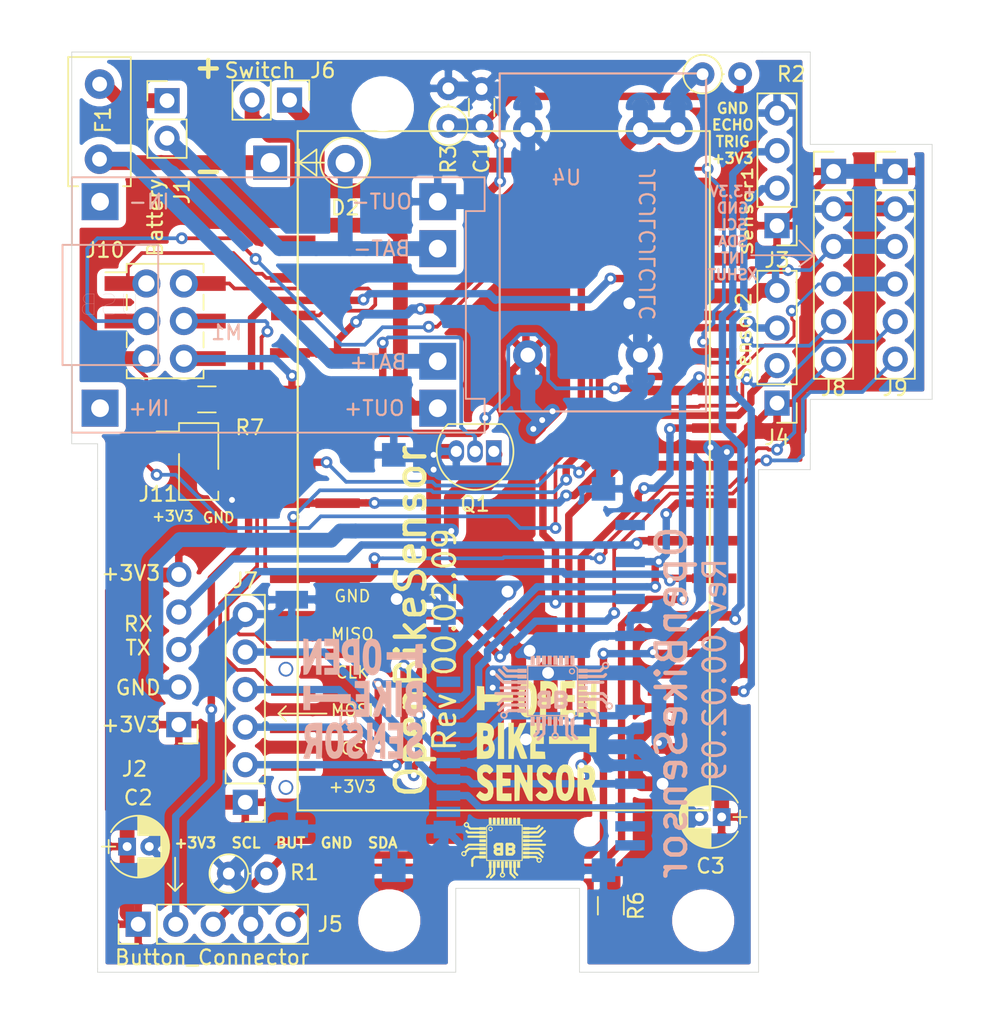
<source format=kicad_pcb>
(kicad_pcb (version 20171130) (host pcbnew "(5.1.4)-1")
  (layers (0 F.Cu signal) (31 B.Cu signal) (34 B.Paste user) (35 F.Paste user) (36 B.SilkS user) (37 F.SilkS user) (38 B.Mask user) (39 F.Mask user) (44 Edge.Cuts user))
  (net 0 "")
  (net 1 SD_CD)
  (net 2 SD_CLK)
  (net 3 SD_CMD)
  (net 4 SD_DAT0)
  (net 5 SD_DAT1)
  (net 6 GND)
  (net 7 +3V3)
  (net 8 -BATT)
  (net 9 +BATT)
  (net 10 TX_NEO6M)
  (net 11 RX_NEO6M)
  (net 12 ECHO1)
  (net 13 TRIG1)
  (net 14 TRIG2)
  (net 15 ECHO2)
  (net 16 +VDC)
  (net 17 SDA)
  (net 18 BUTTON)
  (net 19 SCL)
  (net 20 "Net-(J6-Pad2)")
  (net 21 "Net-(C1-Pad1)")
  (net 22 GPIO_INT_1)
  (net 23 XSHUT_1)
  (net 24 XSHUT_2)
  (net 25 GPIO_INT_2)
  (net 26 "Net-(U1-Pad14)")
  (net 27 "Net-(F1-Pad2)")
  (net 28 TX)
  (net 29 IO13)
  (net 30 RX)
  (net 31 VP)
  (net 32 VN)
  (net 33 GPS_GND)
  (net 34 "Net-(M1-PadIN-)")
  (net 35 "Net-(M1-PadIN+)")
  (net 36 GPS_GND_CONT)
  (net 37 "Net-(SOCKET1-PadCD)")
  (net 38 "Net-(SOCKET1-PadDAT2)")
  (net 39 "Net-(SOCKET1-PadSD_WP)")
  (net 40 "Net-(U1-Pad15)")
  (net 41 "Net-(U1-Pad1)")
  (net 42 "Net-(U3-PadCD)")
  (net 43 "Net-(U3-PadDAT2)")
  (net 44 IO35)
  (module SD_CARD:XUNPU-TF-115-C266620 (layer B.Cu) (at 36.75 96.75 90)
    (fp_text reference U3 (at 5 4.25 90) (layer B.SilkS) (effects (justify mirror)))
    (fp_text value XUNPU-TF-115-C266620)
    (pad DAT2 smd rect (at 7.15 11 90) (size 0.7 1.6) (layers B.Cu B.Paste B.Mask) (net 43 "Net-(U3-PadDAT2)"))
    (pad CD/DAT3 smd rect (at 6.05 11 90) (size 0.7 1.6) (layers B.Cu B.Paste B.Mask) (net 1 SD_CD))
    (pad CMD smd rect (at 4.95 11 90) (size 0.7 1.6) (layers B.Cu B.Paste B.Mask) (net 3 SD_CMD))
    (pad VDD smd rect (at 3.85 11 90) (size 0.7 1.6) (layers B.Cu B.Paste B.Mask) (net 7 +3V3))
    (pad CLK smd rect (at 2.75 11 90) (size 0.7 1.6) (layers B.Cu B.Paste B.Mask) (net 2 SD_CLK))
    (pad VSS1 smd rect (at 1.65 11 90) (size 0.7 1.6) (layers B.Cu B.Paste B.Mask) (net 6 GND))
    (pad DAT0 smd rect (at 0.55 11 90) (size 0.7 1.6) (layers B.Cu B.Paste B.Mask) (net 4 SD_DAT0))
    (pad DAT1 smd rect (at -0.55 11 90) (size 0.7 1.6) (layers B.Cu B.Paste B.Mask) (net 5 SD_DAT1))
    (pad CD smd rect (at -1.65 11 90) (size 0.7 1.6) (layers B.Cu B.Paste B.Mask) (net 42 "Net-(U3-PadCD)"))
    (pad GND3 smd rect (at 11.8 10.75 90) (size 1.6 1.5) (layers B.Cu B.Paste B.Mask) (net 6 GND))
    (pad GND1 smd rect (at -2.85 10.75 90) (size 1.2 1.5) (layers B.Cu B.Paste B.Mask) (net 6 GND))
    (pad "" np_thru_hole circle (at 0 0 90) (size 1 1) (drill 0.762) (layers *.Cu *.Mask))
    (pad "" np_thru_hole circle (at 8 0 90) (size 1 1) (drill 0.762) (layers *.Cu *.Mask))
    (pad GND2 smd rect (at -2.8 0.4 90) (size 1.2 2.2) (layers B.Cu B.Paste B.Mask) (net 6 GND))
    (pad GND4 smd rect (at 12.7 0.4 90) (size 1.2 2.2) (layers B.Cu B.Paste B.Mask) (net 6 GND))
  )
  (module ESP32-DEVKITC-32D:MODULE_ESP32-DEVKITC-32C_SMDBACKUP (layer F.Cu) (at 51.5 79.5)
    (fp_text reference U1 hide)
    (fp_text value ESP32-DEVKIT-32C)
    (pad 2 smd rect (at -14.478 -17.22) (size 2.7 0.65) (layers F.Cu F.Paste F.Mask) (net 31 VP))
    (pad 4 smd rect (at -14.478 -12.14) (size 2.7 0.65) (layers F.Cu F.Paste F.Mask) (net 21 "Net-(C1-Pad1)"))
    (pad 6 smd rect (at -14.478 -7.06) (size 2.7 0.65) (layers F.Cu F.Paste F.Mask) (net 22 GPIO_INT_1))
    (pad 8 smd rect (at -14.478 -1.98) (size 2.7 0.65) (layers F.Cu F.Paste F.Mask) (net 14 TRIG2))
    (pad 10 smd rect (at -14.478 3.1) (size 2.7 0.65) (layers F.Cu F.Paste F.Mask) (net 23 XSHUT_1))
    (pad 12 smd rect (at -14.478 8.18) (size 2.7 0.635) (layers F.Cu F.Paste F.Mask) (net 36 GPS_GND_CONT))
    (pad 14 smd rect (at -14.478 13.25) (size 2.7 0.65) (layers F.Cu F.Paste F.Mask) (net 26 "Net-(U1-Pad14)"))
    (pad 30 smd rect (at 14.478 -19.75) (size 2.7 0.65) (layers F.Cu F.Paste F.Mask) (net 3 SD_CMD))
    (pad 28 smd rect (at 14.478 -14.68) (size 2.7 0.65) (layers F.Cu F.Paste F.Mask) (net 30 RX))
    (pad 26 smd rect (at 14.478 -9.6) (size 2.7 0.65) (layers F.Cu F.Paste F.Mask) (net 17 SDA))
    (pad 24 smd rect (at 14.478 -4.52) (size 2.7 0.65) (layers F.Cu F.Paste F.Mask) (net 2 SD_CLK))
    (pad 22 smd rect (at 14.478 0.56) (size 2.7 0.65) (layers F.Cu F.Paste F.Mask) (net 11 RX_NEO6M))
    (pad 20 smd rect (at 14.478 5.64) (size 2.7 0.65) (layers F.Cu F.Paste F.Mask) (net 12 ECHO1))
    (pad 18 smd rect (at 14.478 10.72) (size 2.7 0.65) (layers F.Cu F.Paste F.Mask) (net 13 TRIG1))
    (pad 16 smd rect (at 14.478 15.8) (size 2.7 0.65) (layers F.Cu F.Paste F.Mask) (net 7 +3V3))
    (pad 16 smd rect (at 11.25 15.8) (size 3 0.65) (layers F.Cu F.Paste F.Mask) (net 7 +3V3))
    (pad 17 smd rect (at 14.25 13.25) (size 3 0.65) (layers F.Cu F.Paste F.Mask) (net 6 GND))
    (pad 18 smd rect (at 11.25 10.72) (size 3 0.65) (layers F.Cu F.Paste F.Mask) (net 13 TRIG1))
    (pad 19 smd rect (at 14.25 8.18) (size 3 0.65) (layers F.Cu F.Paste F.Mask) (net 18 BUTTON))
    (pad 20 smd rect (at 11.25 5.64) (size 3 0.65) (layers F.Cu F.Paste F.Mask) (net 12 ECHO1))
    (pad 21 smd rect (at 14.25 3.1) (size 3 0.65) (layers F.Cu F.Paste F.Mask) (net 10 TX_NEO6M))
    (pad 22 smd rect (at 11.25 0.56) (size 3 0.65) (layers F.Cu F.Paste F.Mask) (net 11 RX_NEO6M))
    (pad 23 smd rect (at 14.25 -1.98) (size 3 0.65) (layers F.Cu F.Paste F.Mask) (net 1 SD_CD))
    (pad 24 smd rect (at 11.25 -4.52) (size 3 0.65) (layers F.Cu F.Paste F.Mask) (net 2 SD_CLK))
    (pad 25 smd rect (at 14.25 -7.06) (size 3 0.65) (layers F.Cu F.Paste F.Mask) (net 4 SD_DAT0))
    (pad 26 smd rect (at 11.25 -9.6) (size 3 0.65) (layers F.Cu F.Paste F.Mask) (net 17 SDA))
    (pad 27 smd rect (at 14.25 -12.14) (size 3 0.65) (layers F.Cu F.Paste F.Mask) (net 28 TX))
    (pad 28 smd rect (at 11.25 -14.68) (size 3 0.65) (layers F.Cu F.Paste F.Mask) (net 30 RX))
    (pad 29 smd rect (at 14.25 -17.22) (size 3 0.65) (layers F.Cu F.Paste F.Mask) (net 19 SCL))
    (pad 30 smd rect (at 11.25 -19.75) (size 3 0.65) (layers F.Cu F.Paste F.Mask) (net 3 SD_CMD))
    (pad 15 smd rect (at -14.25 15.8) (size 3 0.65) (layers F.Cu F.Paste F.Mask) (net 40 "Net-(U1-Pad15)"))
    (pad 14 smd rect (at -11.25 13.25) (size 3 0.65) (layers F.Cu F.Paste F.Mask) (net 26 "Net-(U1-Pad14)"))
    (pad 13 smd rect (at -14.25 10.72) (size 3 0.65) (layers F.Cu F.Paste F.Mask) (net 29 IO13))
    (pad 12 smd rect (at -11.25 8.18) (size 3 0.635) (layers F.Cu F.Paste F.Mask) (net 36 GPS_GND_CONT))
    (pad 11 smd rect (at -14.25 5.64) (size 3 0.65) (layers F.Cu F.Paste F.Mask) (net 24 XSHUT_2))
    (pad 10 smd rect (at -11.25 3.1) (size 3 0.65) (layers F.Cu F.Paste F.Mask) (net 23 XSHUT_1))
    (pad 9 smd rect (at -14.25 0.508) (size 3 0.65) (layers F.Cu F.Paste F.Mask) (net 15 ECHO2))
    (pad 8 smd rect (at -11.25 -1.98) (size 3 0.65) (layers F.Cu F.Paste F.Mask) (net 14 TRIG2))
    (pad 7 smd rect (at -14.25 -4.572) (size 3 0.65) (layers F.Cu F.Paste F.Mask) (net 25 GPIO_INT_2))
    (pad 6 smd rect (at -11.25 -7.06) (size 3 0.65) (layers F.Cu F.Paste F.Mask) (net 22 GPIO_INT_1))
    (pad 5 smd rect (at -14.25 -9.6) (size 3 0.65) (layers F.Cu F.Paste F.Mask) (net 44 IO35))
    (pad 4 smd rect (at -11.25 -12.14) (size 3 0.65) (layers F.Cu F.Paste F.Mask) (net 21 "Net-(C1-Pad1)"))
    (pad 3 smd rect (at -14.25 -14.68) (size 3 0.65) (layers F.Cu F.Paste F.Mask) (net 32 VN))
    (pad 2 smd rect (at -11.25 -17.22) (size 3 0.65) (layers F.Cu F.Paste F.Mask) (net 31 VP))
    (pad 1 smd rect (at -14.25 -19.76) (size 3 0.65) (layers F.Cu F.Paste F.Mask) (net 41 "Net-(U1-Pad1)"))
  )
  (module Diodes_THT:D_DO-41_SOD81_P5.08mm_Vertical_KathodeUp (layer F.Cu) (at 35.687 54.483)
    (fp_text reference D2 (at 5.08 3.048) (layer F.SilkS))
    (fp_text value SB560)
    (pad 1 thru_hole rect (at 0 0) (size 2.3 2.3) (drill 1.3) (layers *.Cu *.Mask) (net 9 +BATT))
    (pad 2 thru_hole oval (at 5.08 0) (size 2.4 2.4) (drill 1.3) (layers *.Cu *.Mask) (net 8 -BATT))
  )
  (module Custom_Modules:MT3608_SEPIC_DCDC (layer B.Cu) (at 69.005 57.34 90)
    (fp_text reference U4 (at 1.84 -13.255) (layer B.SilkS) (effects (justify mirror)))
    (fp_text value DCDC_fix)
    (pad OUT- smd custom (at -11.69 -8.255 90) (size 0.1 0.1) (layers B.Cu B.Paste B.Mask) (net 6 GND) (options (clearance outline) (anchor circle)) (primitives (gr_arc (start 0 0) (end 0 -0.8) (angle -180) (width 0.4)) (gr_line (start 0 0.8) (end 0 -0.8) (width 0.4)) (gr_arc (start 0 0) (end 0 -0.4) (angle -180) (width 0.4))))
    (pad OUT+ smd custom (at -11.69 -15.875 90) (size 0.22 0.22) (layers B.Cu B.Paste B.Mask) (net 7 +3V3) (options (clearance outline) (anchor circle)) (primitives (gr_arc (start 0 0) (end 0 -0.8) (angle -180) (width 0.4)) (gr_arc (start 0 0) (end 0 -0.4) (angle -180) (width 0.4)) (gr_line (start 0 0.8) (end 0 -0.8) (width 0.4))))
    (pad IN- smd custom (at 6.6 -15.875 90) (size 0.2 0.2) (layers B.Cu B.Paste B.Mask) (net 6 GND) (options (clearance outline) (anchor circle)) (primitives (gr_arc (start 0 0) (end 0 -0.8) (angle 180) (width 0.4)) (gr_arc (start 0 0) (end 0 -0.4) (angle 180) (width 0.4)) (gr_line (start 0 0.8) (end 0 -0.8) (width 0.4))))
    (pad EN smd custom (at 6.6 -5.715 90) (size 0.2 0.2) (layers B.Cu B.Paste B.Mask) (net 16 +VDC) (options (clearance outline) (anchor circle)) (primitives (gr_arc (start 0 0) (end 0 -0.8) (angle 180) (width 0.4)) (gr_arc (start 0 0) (end 0 -0.4) (angle 180) (width 0.4)) (gr_line (start 0 0.8) (end 0 -0.8) (width 0.4))))
    (pad IN+ smd custom (at 6.6 -8.255 90) (size 0.2 0.2) (layers B.Cu B.Paste B.Mask) (net 16 +VDC) (options (clearance outline) (anchor circle)) (primitives (gr_arc (start 0 0) (end 0 -0.8) (angle 180) (width 0.4)) (gr_arc (start 0 0) (end 0 -0.4) (angle 180) (width 0.4)) (gr_line (start 0 -0.8) (end 0 0.8) (width 0.4))))
    (pad OUT- thru_hole circle (at -10.16 -8.255 90) (size 2 2) (drill 1) (layers *.Cu *.Mask) (net 6 GND))
    (pad IN+ thru_hole circle (at 5.08 -8.255 90) (size 2 2) (drill 1) (layers *.Cu *.Mask) (net 16 +VDC))
    (pad EN thru_hole circle (at 5.08 -5.715 90) (size 2 2) (drill 1) (layers *.Cu *.Mask) (net 16 +VDC))
    (pad IN- thru_hole circle (at 5.08 -15.875 90) (size 2 2) (drill 1) (layers *.Cu *.Mask) (net 6 GND))
    (pad OUT+ thru_hole circle (at -10.16 -15.875 90) (size 2 2) (drill 1) (layers *.Cu *.Mask) (net 7 +3V3))
  )
  (module Custom_logo:BB_5x4 (layer F.Cu) (at 51.4 100.7)
    (fp_text reference G*** hide)
    (fp_text value LOGO hide)
  )
  (module Pin_Headers:Pin_Header_Straight_2x03_Pitch2.54mm_SMD (layer F.Cu) (at 28.575 65.2)
    (fp_text reference J10 (at -4.075 -4.8) (layer F.SilkS))
    (fp_text value Conn_02x03_Odd_Even)
    (pad 6 smd rect (at 2.525 2.54) (size 3.15 1) (layers F.Cu F.Paste F.Mask) (net 44 IO35))
    (pad 5 smd rect (at -2.525 2.54) (size 3.15 1) (layers F.Cu F.Paste F.Mask) (net 30 RX))
    (pad 4 smd rect (at 2.525 0) (size 3.15 1) (layers F.Cu F.Paste F.Mask) (net 29 IO13))
    (pad 3 smd rect (at -2.525 0) (size 3.15 1) (layers F.Cu F.Paste F.Mask) (net 28 TX))
    (pad 2 smd rect (at 2.525 -2.54) (size 3.15 1) (layers F.Cu F.Paste F.Mask) (net 32 VN))
    (pad 1 smd rect (at -2.525 -2.54) (size 3.15 1) (layers F.Cu F.Paste F.Mask) (net 31 VP))
    (pad 1 thru_hole circle (at -1.27 -2.54) (size 1.9 1.9) (drill 1.1) (layers *.Cu *.Mask) (net 31 VP))
    (pad 3 thru_hole circle (at -1.27 0) (size 1.9 1.9) (drill 1.1) (layers *.Cu *.Mask) (net 28 TX))
    (pad 5 thru_hole circle (at -1.27 2.54) (size 1.9 1.9) (drill 1.1) (layers *.Cu *.Mask) (net 30 RX))
    (pad 6 thru_hole circle (at 1.27 2.54) (size 1.9 1.9) (drill 1.1) (layers *.Cu *.Mask) (net 44 IO35))
    (pad 4 thru_hole circle (at 1.27 0) (size 1.9 1.9) (drill 1.1) (layers *.Cu *.Mask) (net 29 IO13))
    (pad 2 thru_hole circle (at 1.27 -2.54) (size 1.9 1.9) (drill 1.1) (layers *.Cu *.Mask) (net 32 VN))
  )
  (module Fuse_Holders_and_Fuses:Fuse_TE5_Littlefuse-395Series (layer F.Cu) (at 24.13 54.25 90)
    (fp_text reference F1 (at 2.65 0.25 90) (layer F.SilkS))
    (fp_text value Polyfuse)
    (pad 2 thru_hole circle (at 5.08 0.01 90) (size 2 2) (drill 1) (layers *.Cu *.Mask) (net 27 "Net-(F1-Pad2)"))
    (pad 1 thru_hole circle (at 0 0 90) (size 2 2) (drill 1) (layers *.Cu *.Mask) (net 9 +BATT))
  )
  (module Pin_Headers:Pin_Header_Angled_1x05_Pitch2.54mm (layer F.Cu) (at 29.5 92.5 180)
    (fp_text reference J2 (at 3 -3) (layer F.SilkS))
    (fp_text value Conn_01x04_Female)
    (pad 5 thru_hole oval (at 0 10.16 180) (size 1.7 1.7) (drill 1) (layers *.Cu *.Mask) (net 7 +3V3))
    (pad 4 thru_hole oval (at 0 7.62 180) (size 1.7 1.7) (drill 1) (layers *.Cu *.Mask) (net 11 RX_NEO6M))
    (pad 3 thru_hole oval (at 0 5.08 180) (size 1.7 1.7) (drill 1) (layers *.Cu *.Mask) (net 10 TX_NEO6M))
    (pad 2 thru_hole oval (at 0 2.54 180) (size 1.7 1.7) (drill 1) (layers *.Cu *.Mask) (net 33 GPS_GND))
    (pad 1 thru_hole rect (at 0 0 180) (size 1.7 1.7) (drill 1) (layers *.Cu *.Mask) (net 7 +3V3))
  )
  (module Custom_logo:OpenBikeSensorLogo (layer B.Cu) (at 42 90.75 180)
    (fp_text reference G*** hide)
    (fp_text value LOGO hide)
  )
  (module Custom_logo:OpenBikeSensorLogo (layer F.Cu) (at 53.7 93.6)
    (fp_text reference G*** hide)
    (fp_text value LOGO hide)
  )
  (module Custom_logo:BB_8x6 (layer B.Cu) (at 55 90.5 180)
    (fp_text reference G*** hide)
    (fp_text value LOGO hide)
  )
  (module Capacitors_THT:C_Disc_D3.0mm_W1.6mm_P2.50mm (layer F.Cu) (at 50 52 90)
    (fp_text reference C1 (at -2.25 0 90) (layer F.SilkS))
    (fp_text value 100n)
    (pad 1 thru_hole circle (at 0 0 90) (size 1.6 1.6) (drill 0.8) (layers *.Cu *.Mask) (net 21 "Net-(C1-Pad1)"))
    (pad 2 thru_hole circle (at 2.5 0 90) (size 1.6 1.6) (drill 0.8) (layers *.Cu *.Mask) (net 6 GND))
  )
  (module Resistors_THT:R_Axial_DIN0207_L6.3mm_D2.5mm_P2.54mm_Vertical (layer F.Cu) (at 32.885 102.575)
    (fp_text reference R1 (at 5.115 -0.075) (layer F.SilkS))
    (fp_text value 10k)
    (pad 1 thru_hole circle (at 0 0) (size 1.6 1.6) (drill 0.8) (layers *.Cu *.Mask) (net 6 GND))
    (pad 2 thru_hole oval (at 2.54 0) (size 1.6 1.6) (drill 0.8) (layers *.Cu *.Mask) (net 18 BUTTON))
  )
  (module Mounting_Holes:MountingHole_3.2mm_M3_DIN965 (layer F.Cu) (at 65 105.75)
    (fp_text reference REF** hide)
    (fp_text value MountingHole_3.2mm_M3_DIN965)
    (pad 1 np_thru_hole circle (at 0 0) (size 3.2 3.2) (drill 3.2) (layers *.Cu *.Mask))
  )
  (module Mounting_Holes:MountingHole_3.2mm_M3_DIN965 (layer F.Cu) (at 43.307 50.75)
    (fp_text reference REF** hide)
    (fp_text value MountingHole_3.2mm_M3_DIN965)
    (pad 1 np_thru_hole circle (at 0 0) (size 3.2 3.2) (drill 3.2) (layers *.Cu *.Mask))
  )
  (module Mounting_Holes:MountingHole_3.2mm_M3_DIN965 (layer F.Cu) (at 43.75 105.75)
    (fp_text reference REF** hide)
    (fp_text value MountingHole_3.2mm_M3_DIN965)
    (pad 1 np_thru_hole circle (at 0 0) (size 3.2 3.2) (drill 3.2) (layers *.Cu *.Mask))
  )
  (module SD_CARD:SD_CARD-XUNPU-SD-101_C266601 (layer B.Cu) (at 44.0514 74.25 90)
    (fp_text reference SOCKET1 hide)
    (fp_text value XUNPU-SD-101_C266601 hide)
    (pad CD smd rect (at -25.12822 15.99946 90) (size 0.6985 1.99898) (layers B.Cu B.Paste B.Mask) (net 37 "Net-(SOCKET1-PadCD)"))
    (pad CD/DAT3 smd rect (at -7.24916 15.99946 90) (size 0.6985 1.99898) (layers B.Cu B.Paste B.Mask) (net 1 SD_CD))
    (pad CLK smd rect (at -17.24914 15.99946 90) (size 0.6985 1.99898) (layers B.Cu B.Paste B.Mask) (net 2 SD_CLK))
    (pad CMD smd rect (at -9.74852 15.99946 90) (size 0.6985 1.99898) (layers B.Cu B.Paste B.Mask) (net 3 SD_CMD))
    (pad DAT0 smd rect (at -22.24786 15.99946 90) (size 0.6985 1.99898) (layers B.Cu B.Paste B.Mask) (net 4 SD_DAT0))
    (pad DAT1 smd rect (at -23.87854 15.99946 90) (size 0.6985 1.99898) (layers B.Cu B.Paste B.Mask) (net 5 SD_DAT1))
    (pad DAT2 smd rect (at -4.7498 15.99946 90) (size 0.6985 1.99898) (layers B.Cu B.Paste B.Mask) (net 38 "Net-(SOCKET1-PadDAT2)"))
    (pad GND1 smd rect (at 0 0 90) (size 1.59766 1.59766) (layers B.Cu B.Paste B.Mask) (net 6 GND))
    (pad GND2 smd rect (at -2.2987 14.1986 90) (size 1.59766 1.59766) (layers B.Cu B.Paste B.Mask) (net 6 GND))
    (pad GND3 smd rect (at -28.09748 0 90) (size 1.59766 1.59766) (layers B.Cu B.Paste B.Mask) (net 6 GND))
    (pad GND4 smd rect (at -28.09748 14.1986 90) (size 1.59766 1.59766) (layers B.Cu B.Paste B.Mask) (net 6 GND))
    (pad SD_WP smd rect (at -26.41854 15.99946 90) (size 0.6985 1.99898) (layers B.Cu B.Paste B.Mask) (net 39 "Net-(SOCKET1-PadSD_WP)"))
    (pad VDD smd rect (at -14.74978 15.99946 90) (size 0.6985 1.99898) (layers B.Cu B.Paste B.Mask) (net 7 +3V3))
    (pad VSS1 smd rect (at -12.24788 15.99946 90) (size 0.6985 1.99898) (layers B.Cu B.Paste B.Mask) (net 6 GND))
    (pad VSS2 smd rect (at -19.7485 15.99946 90) (size 0.6985 1.99898) (layers B.Cu B.Paste B.Mask) (net 6 GND))
    (pad "" np_thru_hole circle (at -4.51866 13.14958 90) (size 1.4986 1.4986) (drill 1.4986) (layers *.Cu *.Mask))
    (pad "" np_thru_hole circle (at -25.49906 13.19784 90) (size 0.99822 0.99822) (drill 0.99822) (layers *.Cu *.Mask))
  )
  (module Custom_Modules:BATTERY-CHARGER-LI-PROT (layer B.Cu) (at 36.2331 64.11)
    (fp_text reference M1 (at -3.5 1.86) (layer B.SilkS) (effects (justify mirror)))
    (fp_text value LIPoChargerwithProtection)
    (fp_text user OUT- (at 7 -6.985) (layer B.SilkS) (effects (justify mirror)))
    (fp_text user OUT+ (at 6.5 6.985) (layer B.SilkS) (effects (justify mirror)))
    (fp_text user USB (at -11.43 0) (layer B.SilkS) (effects (font (size 1.4 1.4) (thickness 0.015)) (justify mirror)))
    (fp_text user BAT- (at 7 -3.81) (layer B.SilkS) (effects (justify mirror)))
    (fp_text user BAT+ (at 6.75 3.86) (layer B.SilkS) (effects (justify mirror)))
    (fp_text user IN- (at -8.75 -6.985) (layer B.SilkS) (effects (justify mirror)))
    (fp_text user IN+ (at -8.75 6.985) (layer B.SilkS) (effects (justify mirror)))
    (pad OUT- thru_hole rect (at 10.795 -6.985) (size 2.5 2.5) (drill 1.2) (layers *.Cu *.Mask) (net 6 GND))
    (pad OUT+ thru_hole rect (at 10.795 6.985) (size 2.5 2.5) (drill 1.2) (layers *.Cu *.Mask) (net 20 "Net-(J6-Pad2)"))
    (pad B- thru_hole rect (at 10.795 -3.81) (size 2.5 2.5) (drill 1.2) (layers *.Cu *.Mask) (net 8 -BATT))
    (pad B+ thru_hole rect (at 10.795 3.81) (size 2.5 2.5) (drill 1.2) (layers *.Cu *.Mask) (net 9 +BATT))
    (pad IN- thru_hole rect (at -12.065 -6.985) (size 2.5 2.5) (drill 1.2) (layers *.Cu *.Mask) (net 34 "Net-(M1-PadIN-)"))
    (pad IN+ thru_hole rect (at -12.065 6.985) (size 2.5 2.5) (drill 1.2) (layers *.Cu *.Mask) (net 35 "Net-(M1-PadIN+)"))
  )
  (module Pin_Headers:Pin_Header_Straight_1x02_Pitch2.54mm (layer F.Cu) (at 28.702 50.292)
    (fp_text reference J1 (at 1.016 6.15 270) (layer F.SilkS))
    (fp_text value Conn_01x02_Male)
    (pad 2 thru_hole oval (at 0 2.54) (size 1.7 1.7) (drill 1) (layers *.Cu *.Mask) (net 8 -BATT))
    (pad 1 thru_hole rect (at 0 0) (size 1.7 1.7) (drill 1) (layers *.Cu *.Mask) (net 27 "Net-(F1-Pad2)"))
  )
  (module Pin_Headers:Pin_Header_Straight_1x04_Pitch2.54mm (layer F.Cu) (at 70 58.75 180)
    (fp_text reference J3 (at 0 -2.33) (layer F.SilkS))
    (fp_text value Conn_01x04_Male)
    (pad 4 thru_hole oval (at 0 7.62 180) (size 1.7 1.7) (drill 1) (layers *.Cu *.Mask) (net 6 GND))
    (pad 3 thru_hole oval (at 0 5.08 180) (size 1.7 1.7) (drill 1) (layers *.Cu *.Mask) (net 12 ECHO1))
    (pad 2 thru_hole oval (at 0 2.54 180) (size 1.7 1.7) (drill 1) (layers *.Cu *.Mask) (net 13 TRIG1))
    (pad 1 thru_hole rect (at 0 0 180) (size 1.7 1.7) (drill 1) (layers *.Cu *.Mask) (net 7 +3V3))
  )
  (module Pin_Headers:Pin_Header_Straight_1x04_Pitch2.54mm (layer F.Cu) (at 70 70.75 180)
    (fp_text reference J4 (at 0 -2.33) (layer F.SilkS))
    (fp_text value Conn_01x04_Male)
    (pad 1 thru_hole rect (at 0 0 180) (size 1.7 1.7) (drill 1) (layers *.Cu *.Mask) (net 7 +3V3))
    (pad 2 thru_hole oval (at 0 2.54 180) (size 1.7 1.7) (drill 1) (layers *.Cu *.Mask) (net 14 TRIG2))
    (pad 3 thru_hole oval (at 0 5.08 180) (size 1.7 1.7) (drill 1) (layers *.Cu *.Mask) (net 15 ECHO2))
    (pad 4 thru_hole oval (at 0 7.62 180) (size 1.7 1.7) (drill 1) (layers *.Cu *.Mask) (net 6 GND))
  )
  (module Pin_Headers:Pin_Header_Straight_1x05_Pitch2.54mm (layer F.Cu) (at 26.75 106 90)
    (fp_text reference J5 (at 0 13) (layer F.SilkS))
    (fp_text value Conn_01x05_Male)
    (pad 5 thru_hole oval (at 0 10.16 90) (size 1.7 1.7) (drill 1) (layers *.Cu *.Mask) (net 17 SDA))
    (pad 4 thru_hole oval (at 0 7.62 90) (size 1.7 1.7) (drill 1) (layers *.Cu *.Mask) (net 6 GND))
    (pad 3 thru_hole oval (at 0 5.08 90) (size 1.7 1.7) (drill 1) (layers *.Cu *.Mask) (net 18 BUTTON))
    (pad 2 thru_hole oval (at 0 2.54 90) (size 1.7 1.7) (drill 1) (layers *.Cu *.Mask) (net 19 SCL))
    (pad 1 thru_hole rect (at 0 0 90) (size 1.7 1.7) (drill 1) (layers *.Cu *.Mask) (net 7 +3V3))
  )
  (module Pin_Headers:Pin_Header_Straight_1x02_Pitch2.54mm (layer F.Cu) (at 37 50.25 270)
    (fp_text reference J6 (at -2 -2.25 180) (layer F.SilkS))
    (fp_text value Conn_01x02_Male)
    (pad 2 thru_hole oval (at 0 2.54 270) (size 1.7 1.7) (drill 1) (layers *.Cu *.Mask) (net 20 "Net-(J6-Pad2)"))
    (pad 1 thru_hole rect (at 0 0 270) (size 1.7 1.7) (drill 1) (layers *.Cu *.Mask) (net 16 +VDC))
  )
  (module Pin_Headers:Pin_Header_Straight_1x06_Pitch2.54mm (layer F.Cu) (at 34 97.75 180)
    (fp_text reference J7 (at 0 15) (layer F.SilkS))
    (fp_text value Conn_01x06_Male)
    (pad 6 thru_hole oval (at 0 12.7 180) (size 1.7 1.7) (drill 1) (layers *.Cu *.Mask) (net 6 GND))
    (pad 5 thru_hole oval (at 0 10.16 180) (size 1.7 1.7) (drill 1) (layers *.Cu *.Mask) (net 4 SD_DAT0))
    (pad 4 thru_hole oval (at 0 7.62 180) (size 1.7 1.7) (drill 1) (layers *.Cu *.Mask) (net 2 SD_CLK))
    (pad 3 thru_hole oval (at 0 5.08 180) (size 1.7 1.7) (drill 1) (layers *.Cu *.Mask) (net 3 SD_CMD))
    (pad 2 thru_hole oval (at 0 2.54 180) (size 1.7 1.7) (drill 1) (layers *.Cu *.Mask) (net 1 SD_CD))
    (pad 1 thru_hole rect (at 0 0 180) (size 1.7 1.7) (drill 1) (layers *.Cu *.Mask) (net 7 +3V3))
  )
  (module Resistors_THT:R_Axial_DIN0207_L6.3mm_D2.5mm_P2.54mm_Vertical (layer F.Cu) (at 64.96 48.5)
    (fp_text reference R2 (at 6 0) (layer F.SilkS))
    (fp_text value 150k)
    (pad 2 thru_hole oval (at 2.54 0) (size 1.6 1.6) (drill 0.8) (layers *.Cu *.Mask) (net 21 "Net-(C1-Pad1)"))
    (pad 1 thru_hole circle (at 0 0) (size 1.6 1.6) (drill 0.8) (layers *.Cu *.Mask) (net 16 +VDC))
  )
  (module Resistors_THT:R_Axial_DIN0207_L6.3mm_D2.5mm_P2.54mm_Vertical (layer F.Cu) (at 47.75 52 90)
    (fp_text reference R3 (at -2.25 0 90) (layer F.SilkS))
    (fp_text value 300k)
    (pad 1 thru_hole circle (at 0 0 90) (size 1.6 1.6) (drill 0.8) (layers *.Cu *.Mask) (net 21 "Net-(C1-Pad1)"))
    (pad 2 thru_hole oval (at 2.54 0 90) (size 1.6 1.6) (drill 0.8) (layers *.Cu *.Mask) (net 6 GND))
  )
  (module Pin_Headers:Pin_Header_Straight_1x06_Pitch2.54mm (layer F.Cu) (at 73.825001 55.075001)
    (fp_text reference J8 (at 0 14.674999) (layer F.SilkS))
    (fp_text value Conn_01x06_Male)
    (pad 1 thru_hole rect (at 0 0) (size 1.7 1.7) (drill 1) (layers *.Cu *.Mask) (net 7 +3V3))
    (pad 2 thru_hole oval (at 0 2.54) (size 1.7 1.7) (drill 1) (layers *.Cu *.Mask) (net 6 GND))
    (pad 3 thru_hole oval (at 0 5.08) (size 1.7 1.7) (drill 1) (layers *.Cu *.Mask) (net 19 SCL))
    (pad 4 thru_hole oval (at 0 7.62) (size 1.7 1.7) (drill 1) (layers *.Cu *.Mask) (net 17 SDA))
    (pad 5 thru_hole oval (at 0 10.16) (size 1.7 1.7) (drill 1) (layers *.Cu *.Mask) (net 22 GPIO_INT_1))
    (pad 6 thru_hole oval (at 0 12.7) (size 1.7 1.7) (drill 1) (layers *.Cu *.Mask) (net 23 XSHUT_1))
  )
  (module Pin_Headers:Pin_Header_Straight_1x06_Pitch2.54mm (layer F.Cu) (at 78 55.075001)
    (fp_text reference J9 (at 0 14.674999) (layer F.SilkS))
    (fp_text value Conn_01x06_Male)
    (pad 6 thru_hole oval (at 0 12.7) (size 1.7 1.7) (drill 1) (layers *.Cu *.Mask) (net 24 XSHUT_2))
    (pad 5 thru_hole oval (at 0 10.16) (size 1.7 1.7) (drill 1) (layers *.Cu *.Mask) (net 25 GPIO_INT_2))
    (pad 4 thru_hole oval (at 0 7.62) (size 1.7 1.7) (drill 1) (layers *.Cu *.Mask) (net 17 SDA))
    (pad 3 thru_hole oval (at 0 5.08) (size 1.7 1.7) (drill 1) (layers *.Cu *.Mask) (net 19 SCL))
    (pad 2 thru_hole oval (at 0 2.54) (size 1.7 1.7) (drill 1) (layers *.Cu *.Mask) (net 6 GND))
    (pad 1 thru_hole rect (at 0 0) (size 1.7 1.7) (drill 1) (layers *.Cu *.Mask) (net 7 +3V3))
  )
  (module Capacitors_THT:CP_Radial_D4.0mm_P1.50mm (layer F.Cu) (at 26 100.75)
    (fp_text reference C2 (at 0.75 -3.31) (layer F.SilkS))
    (fp_text value 22u)
    (pad 2 thru_hole circle (at 1.5 0) (size 1.2 1.2) (drill 0.6) (layers *.Cu *.Mask) (net 6 GND))
    (pad 1 thru_hole rect (at 0 0) (size 1.2 1.2) (drill 0.6) (layers *.Cu *.Mask) (net 7 +3V3))
  )
  (module Capacitors_THT:CP_Radial_D4.0mm_P1.50mm (layer F.Cu) (at 66.25 98.75 180)
    (fp_text reference C3 (at 0.75 -3.31) (layer F.SilkS))
    (fp_text value 22u)
    (pad 1 thru_hole rect (at 0 0 180) (size 1.2 1.2) (drill 0.6) (layers *.Cu *.Mask) (net 7 +3V3))
    (pad 2 thru_hole circle (at 1.5 0 180) (size 1.2 1.2) (drill 0.6) (layers *.Cu *.Mask) (net 6 GND))
  )
  (module Resistors_SMD:R_0805_HandSoldering (layer F.Cu) (at 58.75 104.75 270)
    (fp_text reference R6 (at 0 -1.7 90) (layer F.SilkS))
    (fp_text value 10k)
    (pad 1 smd rect (at -1.35 0 270) (size 1.5 1.3) (layers F.Cu F.Paste F.Mask) (net 17 SDA))
    (pad 2 smd rect (at 1.35 0 270) (size 1.5 1.3) (layers F.Cu F.Paste F.Mask) (net 7 +3V3))
  )
  (module Resistors_SMD:R_0805_HandSoldering (layer F.Cu) (at 31.4 70.5 180)
    (fp_text reference R7 (at -2.9 -1.9) (layer F.SilkS))
    (fp_text value 10k)
    (pad 2 smd rect (at 1.35 0 180) (size 1.5 1.3) (layers F.Cu F.Paste F.Mask) (net 7 +3V3))
    (pad 1 smd rect (at -1.35 0 180) (size 1.5 1.3) (layers F.Cu F.Paste F.Mask) (net 19 SCL))
  )
  (module Pin_Headers:Pin_Header_Straight_1x02_Pitch2.54mm_SMD_Pin1Left (layer F.Cu) (at 30.845 74.7)
    (fp_text reference J11 (at -2.745 2.2) (layer F.SilkS))
    (fp_text value Conn_01x02_Male)
    (pad 2 smd rect (at 1.655 1.27) (size 2.51 1) (layers F.Cu F.Paste F.Mask) (net 6 GND))
    (pad 1 smd rect (at -1.655 -1.27) (size 2.51 1) (layers F.Cu F.Paste F.Mask) (net 7 +3V3))
  )
  (module Package_TO_SOT_THT:TO-92_Inline (layer F.Cu) (at 50.8254 74.0156 180)
    (fp_text reference Q1 (at 1.27 -3.56) (layer F.SilkS))
    (fp_text value BS170)
    (pad 2 thru_hole oval (at 1.27 0 180) (size 1.05 1.5) (drill 0.75) (layers *.Cu *.Mask) (net 36 GPS_GND_CONT))
    (pad 3 thru_hole oval (at 2.54 0 180) (size 1.05 1.5) (drill 0.75) (layers *.Cu *.Mask) (net 6 GND))
    (pad 1 thru_hole rect (at 0 0 180) (size 1.05 1.5) (drill 0.75) (layers *.Cu *.Mask) (net 33 GPS_GND))
  )
  (gr_text JLCJLCJLCJLC (at 61.25 60 90) (layer B.SilkS) (effects (font (size 1 1)) (justify mirror)))
  (gr_text "Rev 00.02.09" (at 65.786 88.773 90) (layer B.SilkS) (effects (font (size 1.5 1.5) (thickness 0.2)) (justify mirror)))
  (gr_text "Rev 00.02.09\n" (at 47.498 86.741 90) (layer F.SilkS) (effects (font (size 1.5 1.5) (thickness 0.2))))
  (gr_text GND (at 32.2 78.5) (layer F.SilkS) (effects (font (size 0.7 0.7) (thickness 0.125))))
  (gr_text +3V3 (at 29.1 78.4) (layer F.SilkS) (effects (font (size 0.7 0.7) (thickness 0.125))))
  (gr_text +3V3 (at 26.25 92.5) (layer F.SilkS) (effects (font (size 1 1))))
  (gr_line (start 22.25 59.25) (end 22.25 69) (layer Edge.Cuts) (width 0.05))
  (gr_text OpenBikeSensor (at 45.212 85.5 90) (layer F.SilkS) (effects (font (size 2 2) (thickness 0.3))))
  (gr_text OpenBikeSensor (at 62.865 91 90) (layer B.SilkS) (effects (font (size 2 2) (thickness 0.3)) (justify mirror)))
  (gr_line (start 72.5 60.75) (end 71.5 61.5) (layer B.SilkS) (width 0.12))
  (gr_line (start 72.5 60.75) (end 71.5 59.75) (layer B.SilkS) (width 0.12))
  (gr_line (start 68.25 60.75) (end 72.5 60.75) (layer B.SilkS) (width 0.12))
  (gr_text "+3,3V\nGND\nSCL\nSDA\nINT\nXSHUT" (at 67 59.25) (layer B.SilkS) (effects (font (size 0.7 0.7)) (justify mirror)))
  (gr_line (start 72.25 53.25) (end 72.25 52.75) (layer Edge.Cuts) (width 0.05))
  (gr_line (start 80.5 53.25) (end 72.25 53.25) (layer Edge.Cuts) (width 0.05))
  (gr_line (start 80.5 70.5) (end 80.5 53.25) (layer Edge.Cuts) (width 0.05))
  (gr_line (start 72.25 52.75) (end 72.25 47) (layer Edge.Cuts) (width 0.05))
  (gr_line (start 80.25 70.5) (end 80.5 70.5) (layer Edge.Cuts) (width 0.05))
  (gr_line (start 72.25 70.5) (end 80.25 70.5) (layer Edge.Cuts) (width 0.05))
  (gr_line (start 72.25 73.5) (end 72.25 70.5) (layer Edge.Cuts) (width 0.05))
  (gr_line (start 72.25 75.25) (end 72.25 73.5) (layer Edge.Cuts) (width 0.05))
  (gr_line (start 22.25 69) (end 22.25 73.5) (layer Edge.Cuts) (width 0.05))
  (gr_line (start 24 73.5) (end 24 76.5) (layer Edge.Cuts) (width 0.05))
  (gr_line (start 22.25 73.5) (end 24 73.5) (layer Edge.Cuts) (width 0.05))
  (gr_line (start 36.25 91.75) (end 36.75 92.25) (layer F.SilkS) (width 0.12))
  (gr_line (start 36.25 91.75) (end 36.75 91.25) (layer F.SilkS) (width 0.12))
  (gr_line (start 36.75 91.75) (end 36.25 91.75) (layer F.SilkS) (width 0.12))
  (gr_line (start 36.75 91.75) (end 39.5 91.75) (layer F.SilkS) (width 0.12))
  (gr_line (start 29.25 103.75) (end 28.75 103.25) (layer F.SilkS) (width 0.12))
  (gr_line (start 29.25 103.75) (end 29.75 103.25) (layer F.SilkS) (width 0.12))
  (gr_line (start 29.25 101.5) (end 29.25 103.75) (layer F.SilkS) (width 0.12))
  (gr_text "+3V3  SCL  BUT  GND  SDA" (at 36.75 100.5) (layer F.SilkS) (effects (font (size 0.7 0.7))))
  (gr_text "GND\n\nMISO\n\nCLK\n\nMOSI\n\nCS\n\n+3V3" (at 41.25 90.25) (layer F.SilkS) (effects (font (size 0.8 0.8) (thickness 0.12))))
  (gr_text "RX\nTX" (at 26.75 86.5) (layer F.SilkS) (effects (font (size 1 1))))
  (gr_text GND (at 26.75 90) (layer F.SilkS) (effects (font (size 1 1))))
  (gr_text +3V3 (at 26.25 82.25) (layer F.SilkS) (effects (font (size 1 1))))
  (gr_text "GND\nECHO\nTRIG\n+3V3" (at 67 52.5) (layer F.SilkS) (effects (font (size 0.7 0.7))))
  (gr_text + (at 31.496 48.006) (layer F.SilkS) (effects (font (size 1.5 1.5) (thickness 0.3)) (justify mirror)))
  (gr_text - (at 31.496 55) (layer F.SilkS) (effects (font (size 1.5 1.5) (thickness 0.3))))
  (gr_line (start 22.25 57) (end 22.25 59.25) (layer Edge.Cuts) (width 0.05))
  (gr_line (start 48.25 109.25) (end 35.5 109.25) (layer Edge.Cuts) (width 0.05))
  (gr_line (start 68.75 109.25) (end 56.625 109.25) (layer Edge.Cuts) (width 0.05))
  (gr_line (start 56.625 103.575) (end 56.625 109.25) (layer Edge.Cuts) (width 0.05))
  (gr_line (start 48.25 103.575) (end 56.625 103.575) (layer Edge.Cuts) (width 0.05))
  (gr_line (start 48.25 109.25) (end 48.25 103.575) (layer Edge.Cuts) (width 0.05))
  (gr_line (start 22.25 47) (end 69 47) (layer Edge.Cuts) (width 0.05))
  (gr_line (start 22.25 47) (end 22.25 57) (layer Edge.Cuts) (width 0.05))
  (gr_line (start 68.75 75.25) (end 69 75.25) (layer Edge.Cuts) (width 0.05))
  (gr_line (start 68.75 109.25) (end 68.75 75.25) (layer Edge.Cuts) (width 0.05))
  (gr_text Sensor2 (at 67.75 66.25 90) (layer F.SilkS) (effects (font (size 1 1))))
  (gr_text Sensor1 (at 68 57.75 90) (layer F.SilkS) (effects (font (size 0.7 1))))
  (gr_text Button_Connector (at 31.75 108.25) (layer F.SilkS) (effects (font (size 1 1))))
  (gr_text Switch (at 35 48.25) (layer F.SilkS) (effects (font (size 1 1))))
  (gr_text Battery (at 27.9 58.2 90) (layer F.SilkS) (effects (font (size 1 1))))
  (gr_line (start 24 109.25) (end 24 109) (layer Edge.Cuts) (width 0.05))
  (gr_line (start 35.5 109.25) (end 24 109.25) (layer Edge.Cuts) (width 0.05))
  (gr_line (start 24 93) (end 24 109) (layer Edge.Cuts) (width 0.05))
  (gr_line (start 72.25 47) (end 69 47) (layer Edge.Cuts) (width 0.05))
  (gr_line (start 69 75.25) (end 72.25 75.25) (layer Edge.Cuts) (width 0.05))
  (gr_line (start 24 76.5) (end 24 93) (layer Edge.Cuts) (width 0.05))
  (via (at 44.75 88.5) (size 0.8) (drill 0.4) (layers F.Cu B.Cu) (net 1))
  (via (at 61.75 83.17499) (size 0.8) (drill 0.4) (layers F.Cu B.Cu) (net 1))
  (segment (start 61.434315 81.474979) (end 62 81.474979) (width 0.5) (layer B.Cu) (net 1))
  (segment (start 60.025021 81.474979) (end 61.434315 81.474979) (width 0.5) (layer B.Cu) (net 1))
  (segment (start 61.75 81.724979) (end 62 81.474979) (width 0.5) (layer F.Cu) (net 1))
  (segment (start 61.75 83.17499) (end 61.75 81.724979) (width 0.5) (layer F.Cu) (net 1))
  (segment (start 60 81.5) (end 60.025021 81.474979) (width 0.5) (layer B.Cu) (net 1))
  (via (at 62 81.474979) (size 0.8) (drill 0.4) (layers F.Cu B.Cu) (net 1))
  (segment (start 61.184315 83.17499) (end 61.75 83.17499) (width 0.5) (layer B.Cu) (net 1))
  (segment (start 53.755381 83.17499) (end 61.184315 83.17499) (width 0.5) (layer B.Cu) (net 1))
  (via (at 62.5 78.25) (size 0.8) (drill 0.4) (layers F.Cu B.Cu) (net 1))
  (segment (start 65.75 77.52) (end 63.23 77.52) (width 0.5) (layer F.Cu) (net 1))
  (segment (start 63.23 77.52) (end 62.5 78.25) (width 0.5) (layer F.Cu) (net 1))
  (segment (start 62.5 80.974979) (end 62 81.474979) (width 0.5) (layer B.Cu) (net 1))
  (segment (start 62.5 78.25) (end 62.5 80.974979) (width 0.5) (layer B.Cu) (net 1))
  (segment (start 44.75 88.5) (end 44.75 94.703754) (width 0.5) (layer F.Cu) (net 1))
  (segment (start 44.136132 95.21) (end 44.189943 95.263811) (width 0.5) (layer B.Cu) (net 1))
  (segment (start 44.589942 94.863812) (end 44.189943 95.263811) (width 0.5) (layer F.Cu) (net 1))
  (segment (start 44.75 94.703754) (end 44.589942 94.863812) (width 0.5) (layer F.Cu) (net 1))
  (via (at 44.189943 95.263811) (size 0.8) (drill 0.4) (layers F.Cu B.Cu) (net 1))
  (segment (start 34 95.21) (end 44.136132 95.21) (width 0.5) (layer B.Cu) (net 1))
  (segment (start 50.520263 86.38141) (end 50.548961 86.38141) (width 0.5) (layer B.Cu) (net 1))
  (segment (start 49.000001 87.90167) (end 50.520263 86.38141) (width 0.5) (layer B.Cu) (net 1))
  (segment (start 49.000001 90.310001) (end 49.000001 87.90167) (width 0.5) (layer B.Cu) (net 1))
  (segment (start 48.610002 90.7) (end 49.000001 90.310001) (width 0.5) (layer B.Cu) (net 1))
  (segment (start 50.548961 86.38141) (end 53.755381 83.17499) (width 0.5) (layer B.Cu) (net 1))
  (segment (start 47.75 90.7) (end 48.610002 90.7) (width 0.5) (layer B.Cu) (net 1))
  (segment (start 44.75 88.560002) (end 44.75 88.5) (width 0.5) (layer B.Cu) (net 1))
  (segment (start 47.75 90.7) (end 46.889998 90.7) (width 0.5) (layer B.Cu) (net 1))
  (segment (start 46.889998 90.7) (end 44.75 88.560002) (width 0.5) (layer B.Cu) (net 1))
  (segment (start 60 91.5) (end 59.60001 91.89999) (width 0.5) (layer B.Cu) (net 2))
  (segment (start 55.899999 78.34797) (end 55.899999 91.482686) (width 0.5) (layer F.Cu) (net 2))
  (segment (start 55.899999 91.482686) (end 55.882694 91.499991) (width 0.5) (layer F.Cu) (net 2))
  (segment (start 59.267969 74.98) (end 55.899999 78.34797) (width 0.5) (layer F.Cu) (net 2))
  (segment (start 62.75 74.98) (end 59.267969 74.98) (width 0.5) (layer F.Cu) (net 2))
  (segment (start 59.60001 91.89999) (end 56.04838 91.89999) (width 0.5) (layer B.Cu) (net 2))
  (segment (start 62.75 74.98) (end 65.978 74.98) (width 0.5) (layer F.Cu) (net 2))
  (via (at 56.04838 91.89999) (size 0.8) (drill 0.4) (layers F.Cu B.Cu) (net 2))
  (segment (start 55.899999 91.751609) (end 56.04838 91.89999) (width 0.5) (layer F.Cu) (net 2))
  (segment (start 55.899999 91.482686) (end 55.899999 91.751609) (width 0.5) (layer F.Cu) (net 2))
  (segment (start 45.039953 94.836018) (end 45.039953 95.552051) (width 0.5) (layer B.Cu) (net 2))
  (via (at 45.409562 95.92166) (size 0.8) (drill 0.4) (layers F.Cu B.Cu) (net 2))
  (segment (start 40.333935 90.13) (end 45.039953 94.836018) (width 0.5) (layer B.Cu) (net 2))
  (segment (start 45.039953 95.552051) (end 45.409562 95.92166) (width 0.5) (layer B.Cu) (net 2))
  (segment (start 34 90.13) (end 40.333935 90.13) (width 0.5) (layer B.Cu) (net 2))
  (segment (start 47.75 94) (end 49.30352 94) (width 0.5) (layer B.Cu) (net 2))
  (segment (start 49.30352 94) (end 51.40353 91.89999) (width 0.5) (layer B.Cu) (net 2))
  (segment (start 55.482695 91.89999) (end 56.04838 91.89999) (width 0.5) (layer B.Cu) (net 2))
  (segment (start 51.40353 91.89999) (end 55.482695 91.89999) (width 0.5) (layer B.Cu) (net 2))
  (via (at 45.77393 91.851975) (size 0.8) (drill 0.4) (layers F.Cu B.Cu) (net 2))
  (segment (start 45.77393 94.991607) (end 45.77393 92.41766) (width 0.5) (layer F.Cu) (net 2))
  (segment (start 47.75 94) (end 46.889998 94) (width 0.5) (layer B.Cu) (net 2))
  (segment (start 46.889998 94) (end 45.77393 92.883932) (width 0.5) (layer B.Cu) (net 2))
  (segment (start 45.77393 92.883932) (end 45.77393 92.41766) (width 0.5) (layer B.Cu) (net 2))
  (segment (start 45.77393 92.41766) (end 45.77393 91.851975) (width 0.5) (layer F.Cu) (net 2))
  (segment (start 45.409562 95.355975) (end 45.77393 94.991607) (width 0.5) (layer F.Cu) (net 2))
  (segment (start 45.77393 92.41766) (end 45.77393 91.851975) (width 0.5) (layer B.Cu) (net 2))
  (segment (start 45.409562 95.92166) (end 45.409562 95.355975) (width 0.5) (layer F.Cu) (net 2))
  (segment (start 35.202081 92.67) (end 35.372081 92.5) (width 0.5) (layer B.Cu) (net 3))
  (segment (start 34 92.67) (end 35.202081 92.67) (width 0.5) (layer B.Cu) (net 3))
  (via (at 43 94) (size 0.8) (drill 0.4) (layers F.Cu B.Cu) (net 3))
  (segment (start 35.202081 92.67) (end 41.67 92.67) (width 0.5) (layer B.Cu) (net 3))
  (segment (start 41.67 92.67) (end 43 94) (width 0.5) (layer B.Cu) (net 3))
  (via (at 43 89.75) (size 0.8) (drill 0.4) (layers F.Cu B.Cu) (net 3))
  (segment (start 43 94) (end 43 89.75) (width 0.5) (layer F.Cu) (net 3))
  (via (at 54.999977 84.250023) (size 0.8) (drill 0.4) (layers F.Cu B.Cu) (net 3))
  (segment (start 50.399645 87.520691) (end 50.399645 87.592351) (width 0.5) (layer B.Cu) (net 3))
  (segment (start 60.05086 83.99852) (end 53.921816 83.99852) (width 0.5) (layer B.Cu) (net 3))
  (segment (start 53.921816 83.99852) (end 50.399645 87.520691) (width 0.5) (layer B.Cu) (net 3))
  (segment (start 54.999977 84.000023) (end 55.00148 83.99852) (width 0.25) (layer B.Cu) (net 3))
  (segment (start 54.999977 84.250023) (end 54.999977 84.000023) (width 0.25) (layer B.Cu) (net 3))
  (segment (start 65.978 59.75) (end 62.75 59.75) (width 0.5) (layer F.Cu) (net 3))
  (segment (start 54.149998 79.608002) (end 54.149998 73.79352) (width 0.5) (layer F.Cu) (net 3))
  (segment (start 54.999977 84.250023) (end 54.999977 80.457981) (width 0.5) (layer F.Cu) (net 3))
  (segment (start 56.75 71.193518) (end 56.75 61.75) (width 0.5) (layer F.Cu) (net 3))
  (segment (start 60.75 59.75) (end 62.75 59.75) (width 0.5) (layer F.Cu) (net 3))
  (segment (start 56.75 61.75) (end 58.75 59.75) (width 0.5) (layer F.Cu) (net 3))
  (segment (start 54.149998 73.79352) (end 56.75 71.193518) (width 0.5) (layer F.Cu) (net 3))
  (segment (start 54.999977 80.457981) (end 54.149998 79.608002) (width 0.5) (layer F.Cu) (net 3))
  (segment (start 58.75 59.75) (end 60.75 59.75) (width 0.5) (layer F.Cu) (net 3))
  (segment (start 50.399646 87.491989) (end 50.810217 87.081418) (width 0.5) (layer B.Cu) (net 3))
  (segment (start 48.610002 91.8) (end 49.79999 90.610012) (width 0.5) (layer B.Cu) (net 3))
  (segment (start 47.75 91.8) (end 48.610002 91.8) (width 0.5) (layer B.Cu) (net 3))
  (segment (start 49.79999 90.610012) (end 49.79999 88.606493) (width 0.5) (layer B.Cu) (net 3))
  (segment (start 49.79999 88.606493) (end 50.356493 88.04999) (width 0.5) (layer B.Cu) (net 3))
  (segment (start 50.356493 88.04999) (end 50.399646 88.04999) (width 0.5) (layer B.Cu) (net 3))
  (segment (start 50.399646 88.04999) (end 50.399646 87.491989) (width 0.5) (layer B.Cu) (net 3))
  (segment (start 44.950033 89.75) (end 43 89.75) (width 0.5) (layer B.Cu) (net 3))
  (segment (start 47.75 91.8) (end 47.000033 91.8) (width 0.5) (layer B.Cu) (net 3))
  (segment (start 47.000033 91.8) (end 44.950033 89.75) (width 0.5) (layer B.Cu) (net 3))
  (segment (start 34 87.59) (end 39.329964 87.59) (width 0.5) (layer B.Cu) (net 4))
  (segment (start 39.329964 87.59) (end 45.739964 94) (width 0.5) (layer B.Cu) (net 4))
  (segment (start 58.54923 96.5) (end 57.25 96.5) (width 0.5) (layer B.Cu) (net 4))
  (segment (start 58.55137 96.49786) (end 58.54923 96.5) (width 0.5) (layer B.Cu) (net 4))
  (segment (start 60.05086 96.49786) (end 58.55137 96.49786) (width 0.5) (layer B.Cu) (net 4))
  (segment (start 54 96.5) (end 57.25 96.5) (width 0.5) (layer B.Cu) (net 4))
  (segment (start 57.25 96.5) (end 60 96.5) (width 0.5) (layer B.Cu) (net 4))
  (via (at 56.75 95.25) (size 0.8) (drill 0.4) (layers F.Cu B.Cu) (net 4))
  (segment (start 57.25 96.5) (end 57.25 95.75) (width 0.5) (layer B.Cu) (net 4))
  (segment (start 57.25 95.75) (end 56.75 95.25) (width 0.5) (layer B.Cu) (net 4))
  (via (at 62.75 72.5) (size 0.8) (drill 0.4) (layers F.Cu B.Cu) (net 4))
  (segment (start 65.75 72.44) (end 62.81 72.44) (width 0.5) (layer F.Cu) (net 4))
  (segment (start 62.81 72.44) (end 62.75 72.5) (width 0.5) (layer F.Cu) (net 4))
  (segment (start 62.75 72.5) (end 62.75 73.065685) (width 0.5) (layer B.Cu) (net 4))
  (segment (start 62.75 73.065685) (end 62.75 75.5) (width 0.5) (layer B.Cu) (net 4))
  (via (at 61 76.5) (size 0.8) (drill 0.4) (layers F.Cu B.Cu) (net 4))
  (segment (start 62.75 75.5) (end 61.75 76.5) (width 0.5) (layer B.Cu) (net 4))
  (segment (start 61.75 76.5) (end 61 76.5) (width 0.5) (layer B.Cu) (net 4))
  (segment (start 56.75 95.25) (end 57.149999 94.850001) (width 0.5) (layer F.Cu) (net 4))
  (segment (start 56.75 91.343606) (end 56.75 81.186812) (width 0.5) (layer F.Cu) (net 4))
  (segment (start 60.600001 77.336811) (end 60.600001 76.899999) (width 0.5) (layer F.Cu) (net 4))
  (segment (start 60.600001 76.899999) (end 61 76.5) (width 0.5) (layer F.Cu) (net 4))
  (segment (start 57.149999 91.743605) (end 56.75 91.343606) (width 0.5) (layer F.Cu) (net 4))
  (segment (start 56.75 81.186812) (end 60.600001 77.336811) (width 0.5) (layer F.Cu) (net 4))
  (segment (start 57.149999 94.850001) (end 57.149999 91.743605) (width 0.5) (layer F.Cu) (net 4))
  (segment (start 49.35 96.5) (end 54 96.5) (width 0.5) (layer B.Cu) (net 4))
  (segment (start 49.05 96.2) (end 49.35 96.5) (width 0.5) (layer B.Cu) (net 4))
  (segment (start 47.75 96.2) (end 49.05 96.2) (width 0.5) (layer B.Cu) (net 4))
  (segment (start 46.889998 96.2) (end 47.75 96.2) (width 0.5) (layer B.Cu) (net 4))
  (segment (start 45.739964 95.049966) (end 46.889998 96.2) (width 0.5) (layer B.Cu) (net 4))
  (segment (start 45.739964 94) (end 45.739964 95.049966) (width 0.5) (layer B.Cu) (net 4))
  (segment (start 49.87854 98.12854) (end 54.13574 98.12854) (width 0.5) (layer B.Cu) (net 5))
  (segment (start 49.05 97.3) (end 49.87854 98.12854) (width 0.5) (layer B.Cu) (net 5))
  (segment (start 47.75 97.3) (end 49.05 97.3) (width 0.5) (layer B.Cu) (net 5))
  (segment (start 53.37146 98.12854) (end 54.13574 98.12854) (width 0.5) (layer B.Cu) (net 5))
  (segment (start 54.13574 98.12854) (end 60.05086 98.12854) (width 0.5) (layer B.Cu) (net 5))
  (segment (start 37.25 99.5) (end 47.25 99.5) (width 0.5) (layer B.Cu) (net 6))
  (segment (start 47.25 99.5) (end 47.5 99.5) (width 0.5) (layer B.Cu) (net 6))
  (segment (start 45.35023 102.34748) (end 47.5 100.19771) (width 0.5) (layer B.Cu) (net 6))
  (segment (start 44.0514 102.34748) (end 45.35023 102.34748) (width 0.5) (layer B.Cu) (net 6))
  (segment (start 47.5 100.19771) (end 47.5 99.5) (width 0.5) (layer B.Cu) (net 6))
  (segment (start 47.5 99.5) (end 47.5 99.75) (width 0.5) (layer B.Cu) (net 6))
  (segment (start 58.25 102.34748) (end 50.34748 102.34748) (width 0.5) (layer B.Cu) (net 6))
  (segment (start 50.34748 102.34748) (end 47.5 99.5) (width 0.5) (layer B.Cu) (net 6))
  (segment (start 47.5 84.75) (end 46.75 84) (width 0.5) (layer B.Cu) (net 6))
  (segment (start 47.5 84.95) (end 47.5 84.75) (width 0.5) (layer B.Cu) (net 6))
  (segment (start 37 84) (end 36 85) (width 0.5) (layer B.Cu) (net 6))
  (segment (start 36 85) (end 33.75 85) (width 0.5) (layer B.Cu) (net 6))
  (segment (start 46.75 84) (end 45 84) (width 0.5) (layer B.Cu) (net 6))
  (segment (start 62.25 100.628142) (end 60.378142 102.5) (width 0.5) (layer B.Cu) (net 6))
  (segment (start 60.378142 102.5) (end 58 102.5) (width 0.5) (layer B.Cu) (net 6))
  (segment (start 58 102.5) (end 58.25 102.5) (width 0.5) (layer B.Cu) (net 6))
  (segment (start 70 51.25) (end 70 51.5) (width 0.5) (layer B.Cu) (net 6))
  (segment (start 70 51.13) (end 71.202081 51.13) (width 0.5) (layer B.Cu) (net 6))
  (segment (start 71.202081 51.13) (end 71.300001 51.22792) (width 0.5) (layer B.Cu) (net 6))
  (segment (start 58.25 74.74987) (end 58.25 76.5487) (width 1) (layer B.Cu) (net 6))
  (segment (start 36.65 99.55) (end 37.15 99.55) (width 0.5) (layer B.Cu) (net 6))
  (segment (start 34.174999 102.025001) (end 36.65 99.55) (width 0.5) (layer B.Cu) (net 6))
  (segment (start 34.174999 104.602918) (end 34.174999 102.025001) (width 0.5) (layer B.Cu) (net 6))
  (segment (start 34.37 104.797919) (end 34.174999 104.602918) (width 0.5) (layer B.Cu) (net 6))
  (segment (start 34.37 106) (end 34.37 104.797919) (width 0.5) (layer B.Cu) (net 6))
  (segment (start 34.37 104.06) (end 32.885 102.575) (width 1) (layer B.Cu) (net 6))
  (segment (start 34.37 106) (end 34.37 104.06) (width 1) (layer B.Cu) (net 6))
  (segment (start 35.91 99.55) (end 37.15 99.55) (width 1) (layer B.Cu) (net 6))
  (segment (start 32.885 102.575) (end 35.91 99.55) (width 1) (layer B.Cu) (net 6))
  (segment (start 44.14 74.1614) (end 44.0514 74.25) (width 1) (layer B.Cu) (net 6))
  (segment (start 47.795 57.125) (end 47.795 57.125) (width 1) (layer B.Cu) (net 6))
  (via (at 46.75 74.25) (size 0.8) (drill 0.4) (layers F.Cu B.Cu) (net 6))
  (segment (start 44.0514 74.25) (end 46.75 74.25) (width 1) (layer B.Cu) (net 6))
  (segment (start 46.75 75.25) (end 46.75 75.25) (width 1) (layer B.Cu) (net 6))
  (via (at 46.75 75.25) (size 0.8) (drill 0.4) (layers F.Cu B.Cu) (net 6))
  (segment (start 71.365001 57.615001) (end 73.825001 57.615001) (width 0.5) (layer B.Cu) (net 6))
  (segment (start 71.300001 57.550001) (end 71.365001 57.615001) (width 0.5) (layer B.Cu) (net 6))
  (segment (start 71.300001 51.22792) (end 71.300001 57.550001) (width 0.5) (layer B.Cu) (net 6))
  (segment (start 69.899998 63.149998) (end 70 63.25) (width 0.5) (layer B.Cu) (net 6))
  (segment (start 71.300001 57.550001) (end 71.300001 59.941995) (width 0.5) (layer B.Cu) (net 6))
  (segment (start 69.899998 61.341998) (end 69.899998 63.149998) (width 0.5) (layer B.Cu) (net 6))
  (segment (start 71.300001 59.941995) (end 69.899998 61.341998) (width 0.5) (layer B.Cu) (net 6))
  (segment (start 47.5 83.65) (end 48.15 83) (width 0.5) (layer B.Cu) (net 6))
  (segment (start 47.5 84.95) (end 47.5 83.65) (width 0.5) (layer B.Cu) (net 6))
  (segment (start 48.15 83) (end 52.5 83) (width 0.5) (layer B.Cu) (net 6))
  (segment (start 52.51266 88.328345) (end 52.51266 87.76266) (width 1) (layer F.Cu) (net 6))
  (segment (start 60.05086 86.49788) (end 53.77744 86.49788) (width 0.5) (layer B.Cu) (net 6))
  (segment (start 52.51266 92.16266) (end 52.51266 88.328345) (width 1) (layer F.Cu) (net 6))
  (segment (start 52.5 87.75) (end 52.51266 87.76266) (width 1) (layer F.Cu) (net 6))
  (segment (start 52.912659 87.362661) (end 52.51266 87.76266) (width 0.5) (layer B.Cu) (net 6))
  (segment (start 53.77744 86.49788) (end 52.912659 87.362661) (width 0.5) (layer B.Cu) (net 6))
  (via (at 53 93.5) (size 1.2) (drill 0.8) (layers F.Cu B.Cu) (net 6))
  (segment (start 52.51266 92.16266) (end 52.51266 93.01266) (width 1) (layer F.Cu) (net 6))
  (segment (start 52.51266 93.01266) (end 53 93.5) (width 1) (layer F.Cu) (net 6))
  (segment (start 47.019998 75.25) (end 47.220008 75.45001) (width 1) (layer B.Cu) (net 6))
  (segment (start 46.75 75.25) (end 47.019998 75.25) (width 1) (layer B.Cu) (net 6))
  (segment (start 47 74) (end 46.75 74.25) (width 0.5) (layer F.Cu) (net 6))
  (segment (start 48.23 74) (end 47 74) (width 0.5) (layer F.Cu) (net 6))
  (segment (start 46.75 74.25) (end 46.75 75.25) (width 1) (layer F.Cu) (net 6))
  (segment (start 58.25 72.54) (end 60.75 70.04) (width 1) (layer B.Cu) (net 6))
  (segment (start 58.25 74.74987) (end 58.25 72.54) (width 1) (layer B.Cu) (net 6))
  (segment (start 60.75 67.5) (end 60.75 70.04) (width 1) (layer B.Cu) (net 6))
  (segment (start 60.846941 67.403059) (end 60.846941 67.5) (width 1) (layer F.Cu) (net 6))
  (segment (start 61 67.25) (end 60.846941 67.403059) (width 1) (layer F.Cu) (net 6))
  (segment (start 60.75 57.75) (end 60.125 57.125) (width 1) (layer B.Cu) (net 6))
  (segment (start 53.125 53.679213) (end 53.125 57.125) (width 1) (layer B.Cu) (net 6))
  (segment (start 53.13 53.674213) (end 53.125 53.679213) (width 1) (layer B.Cu) (net 6))
  (segment (start 53.13 52.26) (end 53.13 53.674213) (width 1) (layer B.Cu) (net 6))
  (segment (start 53.125 57.125) (end 47.795 57.125) (width 1) (layer B.Cu) (net 6))
  (segment (start 50.22 49.72) (end 50 49.5) (width 1) (layer B.Cu) (net 6))
  (segment (start 47.79 49.5) (end 47.75 49.46) (width 1) (layer B.Cu) (net 6))
  (segment (start 50 49.5) (end 47.79 49.5) (width 1) (layer B.Cu) (net 6))
  (segment (start 27.5 100.75) (end 28.099999 100.150001) (width 1) (layer B.Cu) (net 6))
  (segment (start 31.75 89.6) (end 31.75 87.25) (width 1) (layer B.Cu) (net 6))
  (segment (start 31.35 90) (end 31.75 89.6) (width 1) (layer B.Cu) (net 6))
  (segment (start 31.75 87) (end 31.75 87.25) (width 0.5) (layer B.Cu) (net 6))
  (segment (start 31.75 87) (end 32.75 86) (width 1) (layer B.Cu) (net 6))
  (segment (start 33.75 85) (end 32.75 86) (width 0.5) (layer B.Cu) (net 6))
  (segment (start 33.05 86) (end 32.75 86) (width 1) (layer B.Cu) (net 6))
  (segment (start 34 85.05) (end 33.05 86) (width 1) (layer B.Cu) (net 6))
  (segment (start 60.25 95.435002) (end 61.314998 96.5) (width 0.5) (layer F.Cu) (net 6))
  (segment (start 60.25 93.75) (end 60.25 95.435002) (width 0.5) (layer F.Cu) (net 6))
  (segment (start 62.25 98.5) (end 62.25 100.628142) (width 0.5) (layer B.Cu) (net 6))
  (segment (start 62.5 98.75) (end 62.25 98.5) (width 1) (layer B.Cu) (net 6))
  (segment (start 64.75 98.75) (end 62.5 98.75) (width 1) (layer B.Cu) (net 6))
  (segment (start 62.25 98.5) (end 62.25 96.5) (width 1) (layer B.Cu) (net 6))
  (segment (start 60.7011 93.9985) (end 61.1013 94.3987) (width 0.5) (layer B.Cu) (net 6))
  (segment (start 62.25 95.5474) (end 61.1013 94.3987) (width 1) (layer B.Cu) (net 6))
  (segment (start 62.25 95.5474) (end 62.25 96.25) (width 1) (layer B.Cu) (net 6))
  (segment (start 60.7011 93.9985) (end 62.25 95.5474) (width 1) (layer B.Cu) (net 6))
  (segment (start 60.05086 93.9985) (end 60.7011 93.9985) (width 1) (layer B.Cu) (net 6))
  (segment (start 62.25 96.5) (end 62.25 96.25) (width 1) (layer B.Cu) (net 6))
  (segment (start 57.05287 93) (end 54.75 93) (width 1) (layer B.Cu) (net 6))
  (segment (start 60.05086 93.9985) (end 58.05137 93.9985) (width 1) (layer B.Cu) (net 6))
  (segment (start 58.05137 93.9985) (end 57.05287 93) (width 1) (layer B.Cu) (net 6))
  (segment (start 54.25 93) (end 54.1 92.85) (width 1) (layer B.Cu) (net 6))
  (segment (start 54.75 93) (end 54.25 93) (width 0.5) (layer B.Cu) (net 6))
  (segment (start 53.084315 92.85) (end 54.1 92.85) (width 1) (layer B.Cu) (net 6))
  (segment (start 53 92.934315) (end 53.084315 92.85) (width 1) (layer B.Cu) (net 6))
  (segment (start 53 93.5) (end 53 92.934315) (width 1) (layer B.Cu) (net 6))
  (segment (start 60.42501 93.57499) (end 60.42501 93.75) (width 1) (layer F.Cu) (net 6))
  (segment (start 65.75 92.75) (end 62.636252 92.75) (width 1) (layer F.Cu) (net 6))
  (segment (start 60.42501 96.060012) (end 60.864998 96.5) (width 1) (layer F.Cu) (net 6))
  (segment (start 60.42501 93.57499) (end 60.42501 96.060012) (width 1) (layer F.Cu) (net 6))
  (segment (start 46.75 75.25) (end 46.75 81.801044) (width 1) (layer F.Cu) (net 6))
  (segment (start 52.5 87.551044) (end 52.5 87.75) (width 1) (layer F.Cu) (net 6))
  (segment (start 68.797919 63.13) (end 68.427919 63.5) (width 1) (layer F.Cu) (net 6))
  (segment (start 70 63.13) (end 68.797919 63.13) (width 1) (layer F.Cu) (net 6))
  (segment (start 68.427919 63.5) (end 60.984998 63.5) (width 1) (layer F.Cu) (net 6))
  (via (at 60 64) (size 1.2) (drill 0.8) (layers F.Cu B.Cu) (net 6))
  (segment (start 60.984998 63.5) (end 60.5 63.5) (width 1) (layer F.Cu) (net 6))
  (segment (start 60.5 63.5) (end 60 64) (width 1) (layer F.Cu) (net 6))
  (segment (start 60 64) (end 60.75 64) (width 1) (layer B.Cu) (net 6))
  (segment (start 60.75 67.5) (end 60.75 64) (width 1) (layer B.Cu) (net 6))
  (segment (start 60.75 64) (end 60.75 57.75) (width 1) (layer B.Cu) (net 6))
  (segment (start 62.636252 92.75) (end 62.532126 92.645874) (width 1) (layer F.Cu) (net 6))
  (segment (start 61.25 92.75) (end 60.42501 93.57499) (width 1) (layer F.Cu) (net 6))
  (segment (start 61.371998 92.75) (end 61.25 92.75) (width 1) (layer F.Cu) (net 6))
  (segment (start 61.25 92.75) (end 60.25 93.75) (width 0.5) (layer F.Cu) (net 6))
  (segment (start 65.75 92.75) (end 61.25 92.75) (width 0.5) (layer F.Cu) (net 6))
  (segment (start 61.476124 92.645874) (end 61.371998 92.75) (width 1) (layer F.Cu) (net 6))
  (segment (start 62.532126 92.645874) (end 61.476124 92.645874) (width 1) (layer F.Cu) (net 6))
  (via (at 51.75 83.5) (size 1.2) (drill 0.8) (layers F.Cu B.Cu) (net 6))
  (segment (start 51.75 83.5) (end 50.901472 83.5) (width 1) (layer B.Cu) (net 6))
  (via (at 53.25 87.5) (size 1.2) (drill 0.8) (layers F.Cu B.Cu) (net 6))
  (segment (start 53.198956 87.551044) (end 53.25 87.5) (width 1) (layer F.Cu) (net 6))
  (segment (start 52.5 87.551044) (end 53.198956 87.551044) (width 1) (layer F.Cu) (net 6))
  (segment (start 53.25 87.5) (end 53.5 87.25) (width 1) (layer B.Cu) (net 6))
  (via (at 62.25 96.5) (size 1.2) (drill 0.8) (layers F.Cu B.Cu) (net 6))
  (segment (start 60.864998 96.5) (end 62.25 96.5) (width 1) (layer F.Cu) (net 6))
  (segment (start 60.125 57.125) (end 53.125 57.125) (width 1) (layer B.Cu) (net 6))
  (via (at 44.25 84) (size 1.2) (drill 0.8) (layers F.Cu B.Cu) (net 6))
  (segment (start 46.448956 81.801044) (end 44.25 84) (width 1) (layer F.Cu) (net 6))
  (segment (start 46.75 81.801044) (end 46.448956 81.801044) (width 1) (layer F.Cu) (net 6))
  (segment (start 45 84) (end 44.25 84) (width 0.5) (layer B.Cu) (net 6))
  (segment (start 44.25 84) (end 37 84) (width 0.5) (layer B.Cu) (net 6))
  (via (at 33.1 77.3) (size 0.8) (drill 0.4) (layers F.Cu B.Cu) (net 6))
  (segment (start 32.5 76.7) (end 33.1 77.3) (width 1) (layer F.Cu) (net 6))
  (segment (start 32.5 75.97) (end 32.5 76.7) (width 1) (layer F.Cu) (net 6))
  (segment (start 51.100001 84.099999) (end 50.074478 85.125522) (width 0.75) (layer F.Cu) (net 6))
  (segment (start 51.150001 84.099999) (end 51.100001 84.099999) (width 0.75) (layer F.Cu) (net 6))
  (segment (start 51.75 83.5) (end 51.150001 84.099999) (width 0.75) (layer F.Cu) (net 6))
  (segment (start 46.75 81.801044) (end 50.074478 85.125522) (width 1) (layer F.Cu) (net 6))
  (segment (start 50.074478 85.125522) (end 52.5 87.551044) (width 1) (layer F.Cu) (net 6))
  (segment (start 53.13 50.74) (end 53.13 49.574) (width 1) (layer B.Cu) (net 6))
  (segment (start 53.056 49.5) (end 50 49.5) (width 1) (layer B.Cu) (net 6))
  (segment (start 53.13 49.574) (end 53.056 49.5) (width 1) (layer B.Cu) (net 6))
  (segment (start 53.13 50.74) (end 53.13 52.26) (width 1) (layer B.Cu) (net 6))
  (segment (start 46.9844 74.0156) (end 46.75 74.25) (width 1) (layer F.Cu) (net 6))
  (segment (start 48.2854 74.0156) (end 46.9844 74.0156) (width 1) (layer F.Cu) (net 6))
  (segment (start 78 57.615001) (end 73.825001 57.615001) (width 1) (layer F.Cu) (net 6))
  (segment (start 47.019998 75.264798) (end 47.019998 75.25) (width 1) (layer B.Cu) (net 6))
  (segment (start 47.220801 75.465601) (end 47.019998 75.264798) (width 1) (layer B.Cu) (net 6))
  (segment (start 57.400129 73.899999) (end 55.100001 73.899999) (width 1) (layer B.Cu) (net 6))
  (segment (start 55.100001 73.899999) (end 53.54999 75.45001) (width 1) (layer B.Cu) (net 6))
  (segment (start 58.25 74.74987) (end 57.400129 73.899999) (width 1) (layer B.Cu) (net 6))
  (segment (start 53.54999 75.45001) (end 53.20099 75.45001) (width 1) (layer B.Cu) (net 6))
  (segment (start 53.20099 75.45001) (end 53.185399 75.465601) (width 1) (layer B.Cu) (net 6))
  (segment (start 53.185399 75.465601) (end 47.220801 75.465601) (width 1) (layer B.Cu) (net 6))
  (segment (start 34 97.75) (end 32.65 97.75) (width 0.5) (layer F.Cu) (net 7))
  (segment (start 26.75 106) (end 26.75 106.25) (width 0.5) (layer F.Cu) (net 7))
  (segment (start 26.75 106.25) (end 27 106) (width 0.5) (layer F.Cu) (net 7))
  (segment (start 25 83.5) (end 25 97.75) (width 0.5) (layer F.Cu) (net 7))
  (segment (start 60.25 89) (end 60 89.25) (width 0.5) (layer B.Cu) (net 7))
  (segment (start 60 89.25) (end 59.75 89) (width 0.5) (layer B.Cu) (net 7))
  (segment (start 34 97.75) (end 48.5 97.75) (width 0.5) (layer F.Cu) (net 7))
  (via (at 50.75 89) (size 0.8) (drill 0.4) (layers F.Cu B.Cu) (net 7))
  (segment (start 50.75 95.5) (end 50.75 89) (width 0.5) (layer F.Cu) (net 7))
  (segment (start 48.5 97.75) (end 50.75 95.5) (width 0.5) (layer F.Cu) (net 7))
  (segment (start 61.55035 88.99978) (end 61.55057 89) (width 0.5) (layer B.Cu) (net 7))
  (segment (start 60.05086 88.99978) (end 61.55035 88.99978) (width 0.5) (layer B.Cu) (net 7))
  (via (at 54.5 89) (size 1.2) (drill 0.8) (layers F.Cu B.Cu) (net 7))
  (segment (start 54.5 89) (end 60.25 89) (width 0.5) (layer B.Cu) (net 7))
  (segment (start 70.150002 58.75) (end 73.825001 55.075001) (width 0.5) (layer F.Cu) (net 7))
  (segment (start 70 58.75) (end 70.150002 58.75) (width 0.5) (layer F.Cu) (net 7))
  (segment (start 54.100001 88.600001) (end 54.5 89) (width 0.25) (layer F.Cu) (net 7))
  (segment (start 71.850002 64.908002) (end 71.850002 59.250002) (width 0.5) (layer F.Cu) (net 7))
  (segment (start 71.850002 59.250002) (end 71.35 58.75) (width 0.5) (layer F.Cu) (net 7))
  (segment (start 71.35 58.75) (end 70 58.75) (width 0.5) (layer F.Cu) (net 7))
  (segment (start 70 70.75) (end 71.35 70.75) (width 0.5) (layer F.Cu) (net 7))
  (segment (start 71.75 65.008004) (end 71.850002 64.908002) (width 0.5) (layer F.Cu) (net 7))
  (segment (start 71.35 70.75) (end 71.75 70.35) (width 0.5) (layer F.Cu) (net 7))
  (segment (start 54.5 89) (end 54.5 88.5) (width 1) (layer F.Cu) (net 7))
  (segment (start 53.61863 59.75) (end 52.75 59.75) (width 0.5) (layer F.Cu) (net 7))
  (segment (start 54.75 59.75) (end 53.61863 59.75) (width 0.5) (layer F.Cu) (net 7))
  (segment (start 26 105.25) (end 26 100.75) (width 1) (layer F.Cu) (net 7))
  (segment (start 26.75 106) (end 26 105.25) (width 1) (layer F.Cu) (net 7))
  (segment (start 25 98.15) (end 25 97.75) (width 1) (layer F.Cu) (net 7))
  (segment (start 26 99.15) (end 25 98.15) (width 1) (layer F.Cu) (net 7))
  (segment (start 26 100.75) (end 26 99.15) (width 1) (layer F.Cu) (net 7))
  (segment (start 25 98.15) (end 25 83.5) (width 1) (layer F.Cu) (net 7))
  (segment (start 25 83.5) (end 26.12 82.38) (width 1) (layer F.Cu) (net 7))
  (segment (start 32.15 97.75) (end 25 97.75) (width 1) (layer F.Cu) (net 7))
  (segment (start 34 97.75) (end 32.15 97.75) (width 1) (layer F.Cu) (net 7))
  (segment (start 62.75 95.3) (end 62.75 94.475) (width 0.5) (layer F.Cu) (net 7))
  (segment (start 60.7011 88.99978) (end 62.004125 90.302805) (width 0.5) (layer B.Cu) (net 7))
  (segment (start 60.05086 88.99978) (end 60.7011 88.99978) (width 0.5) (layer B.Cu) (net 7))
  (segment (start 66.25 98.75) (end 66.25 96.25) (width 1) (layer F.Cu) (net 7))
  (segment (start 65.3 95.3) (end 62.75 95.3) (width 1) (layer F.Cu) (net 7))
  (segment (start 66.25 96.25) (end 65.3 95.3) (width 1) (layer F.Cu) (net 7))
  (segment (start 50.75 89) (end 54.5 89) (width 1) (layer B.Cu) (net 7))
  (segment (start 60.70132 89) (end 62.004125 90.302805) (width 1) (layer B.Cu) (net 7))
  (segment (start 54.5 89) (end 60.70132 89) (width 1) (layer B.Cu) (net 7))
  (segment (start 65.978 95.3) (end 62.75 95.3) (width 0.5) (layer F.Cu) (net 7))
  (segment (start 70 70.75) (end 69.908681 70.75) (width 0.5) (layer F.Cu) (net 7))
  (via (at 66.603693 74.054988) (size 0.8) (drill 0.4) (layers F.Cu B.Cu) (net 7))
  (segment (start 67.003692 73.654989) (end 66.603693 74.054988) (width 0.5) (layer F.Cu) (net 7))
  (segment (start 61.75 89) (end 66.203694 84.546306) (width 1) (layer B.Cu) (net 7))
  (segment (start 69.908681 70.75) (end 67.003692 73.654989) (width 0.5) (layer F.Cu) (net 7))
  (segment (start 66.203694 74.454987) (end 66.603693 74.054988) (width 1) (layer B.Cu) (net 7))
  (segment (start 66.203694 84.546306) (end 66.203694 74.454987) (width 1) (layer B.Cu) (net 7))
  (segment (start 61.55057 89) (end 61.75 89) (width 1) (layer B.Cu) (net 7))
  (segment (start 26.12 82.38) (end 29.5 82.38) (width 1) (layer F.Cu) (net 7))
  (segment (start 62.004125 90.302805) (end 62.004125 93.18019) (width 0.5) (layer B.Cu) (net 7))
  (segment (start 62.75 94.475) (end 62.020875 93.745875) (width 0.5) (layer F.Cu) (net 7))
  (segment (start 62.004125 93.604455) (end 62.074835 93.675165) (width 1) (layer B.Cu) (net 7))
  (segment (start 62.004125 90.302805) (end 62.004125 93.604455) (width 1) (layer B.Cu) (net 7))
  (segment (start 62.020875 93.745875) (end 62.004125 93.745875) (width 0.5) (layer F.Cu) (net 7))
  (segment (start 62.004125 93.18019) (end 62.004125 93.745875) (width 0.5) (layer B.Cu) (net 7))
  (via (at 62.004125 93.745875) (size 0.8) (drill 0.4) (layers F.Cu B.Cu) (net 7))
  (segment (start 52.75 81.85) (end 54 83.1) (width 0.6) (layer F.Cu) (net 7))
  (segment (start 54 83.1) (end 54 86.621996) (width 0.6) (layer F.Cu) (net 7))
  (segment (start 52.75 80.25) (end 52.75 81.85) (width 0.6) (layer F.Cu) (net 7))
  (segment (start 54.5 88.151472) (end 54.5 89) (width 0.6) (layer F.Cu) (net 7))
  (segment (start 54.5 87.121996) (end 54.5 88.151472) (width 0.6) (layer F.Cu) (net 7))
  (segment (start 54 86.621996) (end 54.5 87.121996) (width 0.6) (layer F.Cu) (net 7))
  (via (at 65.5 73.75) (size 0.8) (drill 0.4) (layers F.Cu B.Cu) (net 7))
  (segment (start 66.203694 74.454987) (end 66.203694 74.453694) (width 1) (layer B.Cu) (net 7))
  (segment (start 66.203694 74.453694) (end 65.5 73.75) (width 1) (layer B.Cu) (net 7))
  (via (at 50.75 90) (size 0.8) (drill 0.4) (layers F.Cu B.Cu) (net 7))
  (segment (start 50.75 89) (end 50.75 90) (width 1) (layer B.Cu) (net 7))
  (segment (start 65.65 55.75) (end 59.663188 55.75) (width 0.5) (layer F.Cu) (net 7))
  (segment (start 53.12499 56.37501) (end 52.75 56.75) (width 0.5) (layer F.Cu) (net 7))
  (segment (start 52.75 56.75) (end 52.75 59.75) (width 0.5) (layer F.Cu) (net 7))
  (segment (start 59.038178 56.37501) (end 53.12499 56.37501) (width 0.5) (layer F.Cu) (net 7))
  (segment (start 59.663188 55.75) (end 59.038178 56.37501) (width 0.5) (layer F.Cu) (net 7))
  (segment (start 68.65 58.75) (end 65.65 55.75) (width 0.5) (layer F.Cu) (net 7))
  (segment (start 70 58.75) (end 68.65 58.75) (width 0.5) (layer F.Cu) (net 7))
  (segment (start 53 60) (end 53 64.486812) (width 0.5) (layer F.Cu) (net 7))
  (segment (start 53 64.486812) (end 53 67.25) (width 0.5) (layer F.Cu) (net 7))
  (segment (start 52.75 59.75) (end 53 60) (width 0.5) (layer F.Cu) (net 7))
  (segment (start 53.13 67.5) (end 53.13 70.04) (width 1) (layer B.Cu) (net 7))
  (segment (start 71.75 69.35) (end 71.5 69.6) (width 1) (layer F.Cu) (net 7))
  (segment (start 71.75 70.35) (end 71.75 69.35) (width 0.5) (layer F.Cu) (net 7))
  (segment (start 71.75 69.35) (end 71.75 65.008004) (width 0.5) (layer F.Cu) (net 7))
  (segment (start 71.5 69.6) (end 71.5 72.5) (width 1) (layer F.Cu) (net 7))
  (segment (start 71 73) (end 70.727992 73) (width 1) (layer F.Cu) (net 7))
  (segment (start 70.727992 73) (end 70.528001 72.800009) (width 1) (layer F.Cu) (net 7))
  (segment (start 71.5 72.5) (end 71 73) (width 1) (layer F.Cu) (net 7))
  (segment (start 70.528001 72.800009) (end 69.471999 72.800009) (width 1) (layer F.Cu) (net 7))
  (segment (start 53.13 70.93) (end 54.1 71.9) (width 1) (layer B.Cu) (net 7))
  (segment (start 53.13 70.04) (end 53.13 70.93) (width 1) (layer B.Cu) (net 7))
  (via (at 54.1 71.9) (size 0.8) (drill 0.4) (layers F.Cu B.Cu) (net 7))
  (segment (start 54.1 71.9) (end 52.5 73.5) (width 1) (layer F.Cu) (net 7))
  (segment (start 54.1 72.465685) (end 53.4 73.165685) (width 0.5) (layer F.Cu) (net 7))
  (segment (start 54.1 71.9) (end 54.1 72.465685) (width 0.5) (layer F.Cu) (net 7))
  (segment (start 53.4 79.6) (end 52.75 80.25) (width 0.5) (layer F.Cu) (net 7))
  (segment (start 53.4 73.165685) (end 53.4 79.6) (width 0.5) (layer F.Cu) (net 7))
  (via (at 54.8 71.3) (size 0.8) (drill 0.4) (layers F.Cu B.Cu) (net 7))
  (segment (start 54.1 71.9) (end 54.2 71.9) (width 1) (layer B.Cu) (net 7))
  (segment (start 54.2 71.9) (end 54.8 71.3) (width 1) (layer B.Cu) (net 7))
  (via (at 53.5 72.5) (size 0.8) (drill 0.4) (layers F.Cu B.Cu) (net 7))
  (segment (start 54.1 71.9) (end 53.5 72.5) (width 1) (layer B.Cu) (net 7))
  (segment (start 78 55.075001) (end 73.825001 55.075001) (width 1) (layer B.Cu) (net 7))
  (segment (start 50.75 90.565685) (end 50.75 90) (width 1) (layer B.Cu) (net 7))
  (segment (start 50.75 91.210002) (end 50.75 90.565685) (width 1) (layer B.Cu) (net 7))
  (segment (start 47.799999 92.850001) (end 49.110001 92.850001) (width 1) (layer B.Cu) (net 7))
  (segment (start 49.110001 92.850001) (end 50.75 91.210002) (width 1) (layer B.Cu) (net 7))
  (segment (start 47.75 92.9) (end 47.799999 92.850001) (width 1) (layer B.Cu) (net 7))
  (segment (start 41.074366 60.3) (end 42.2 60.3) (width 1) (layer B.Cu) (net 8))
  (segment (start 38.8 60.3) (end 41.074366 60.3) (width 1) (layer B.Cu) (net 8))
  (segment (start 36.307919 60.3) (end 38.8 60.3) (width 1) (layer B.Cu) (net 8))
  (segment (start 29.805999 53.79808) (end 36.307919 60.3) (width 1) (layer B.Cu) (net 8))
  (segment (start 29.66808 53.79808) (end 28.702 52.832) (width 1) (layer B.Cu) (net 8))
  (segment (start 29.805999 53.79808) (end 29.66808 53.79808) (width 1) (layer B.Cu) (net 8))
  (segment (start 40.767 59.992634) (end 41.074366 60.3) (width 1) (layer B.Cu) (net 8))
  (segment (start 40.767 54.483) (end 40.767 59.992634) (width 1) (layer B.Cu) (net 8))
  (segment (start 47.0281 60.3) (end 42.2 60.3) (width 1) (layer B.Cu) (net 8))
  (segment (start 26.164213 54.25) (end 26.464214 54.550001) (width 1) (layer B.Cu) (net 9))
  (segment (start 39.834213 67.92) (end 40.58 67.92) (width 1) (layer B.Cu) (net 9))
  (segment (start 26.164213 54.25) (end 39.834213 67.92) (width 1) (layer B.Cu) (net 9))
  (segment (start 24.75 54.25) (end 26.164213 54.25) (width 1) (layer B.Cu) (net 9))
  (segment (start 28.448 54.483) (end 28.305001 54.340001) (width 0.75) (layer F.Cu) (net 9))
  (segment (start 35.687 54.483) (end 28.448 54.483) (width 0.75) (layer F.Cu) (net 9))
  (segment (start 24.363 54.483) (end 24.13 54.25) (width 1) (layer F.Cu) (net 9))
  (segment (start 35.687 54.483) (end 24.363 54.483) (width 1) (layer F.Cu) (net 9))
  (segment (start 44.7781 67.92) (end 39.834213 67.92) (width 1) (layer B.Cu) (net 9))
  (segment (start 47.0281 67.92) (end 44.7781 67.92) (width 1) (layer B.Cu) (net 9))
  (via (at 62.74999 82.75) (size 0.8) (drill 0.4) (layers F.Cu B.Cu) (net 10))
  (segment (start 62.89999 82.6) (end 62.74999 82.75) (width 0.5) (layer F.Cu) (net 10))
  (segment (start 65.75 82.6) (end 62.89999 82.6) (width 0.5) (layer F.Cu) (net 10))
  (segment (start 62.349991 82.350001) (end 62.74999 82.75) (width 0.5) (layer B.Cu) (net 10))
  (segment (start 62.324979 82.324989) (end 62.349991 82.350001) (width 0.5) (layer B.Cu) (net 10))
  (segment (start 55.683013 82.324989) (end 62.324979 82.324989) (width 0.5) (layer B.Cu) (net 10))
  (segment (start 34.810002 82.149998) (end 55.508022 82.149998) (width 0.5) (layer B.Cu) (net 10))
  (segment (start 55.508022 82.149998) (end 55.683013 82.324989) (width 0.5) (layer B.Cu) (net 10))
  (segment (start 29.5 87.46) (end 34.810002 82.149998) (width 0.5) (layer B.Cu) (net 10))
  (segment (start 58.032666 80.348351) (end 58.598351 80.348351) (width 0.5) (layer B.Cu) (net 11))
  (via (at 60.5 80.25) (size 0.8) (drill 0.4) (layers F.Cu B.Cu) (net 11))
  (segment (start 58.598351 80.348351) (end 60.401649 80.348351) (width 0.5) (layer B.Cu) (net 11))
  (segment (start 60.401649 80.348351) (end 60.5 80.25) (width 0.5) (layer B.Cu) (net 11))
  (segment (start 60.69 80.06) (end 60.5 80.25) (width 0.5) (layer F.Cu) (net 11))
  (segment (start 62.75 80.06) (end 60.69 80.06) (width 0.5) (layer F.Cu) (net 11))
  (segment (start 62.75 80.06) (end 65.978 80.06) (width 0.5) (layer F.Cu) (net 11))
  (segment (start 29.5 84.92) (end 33.12979 81.29021) (width 0.5) (layer B.Cu) (net 11))
  (segment (start 33.12979 81.29021) (end 40.925492 81.29021) (width 0.5) (layer B.Cu) (net 11))
  (segment (start 41.867351 80.348351) (end 58.598351 80.348351) (width 0.5) (layer B.Cu) (net 11))
  (segment (start 40.925492 81.29021) (end 41.867351 80.348351) (width 0.5) (layer B.Cu) (net 11))
  (via (at 67.162439 85.364393) (size 0.8) (drill 0.4) (layers F.Cu B.Cu) (net 12))
  (segment (start 62.75 85.14) (end 66.938046 85.14) (width 0.5) (layer F.Cu) (net 12))
  (segment (start 66.938046 85.14) (end 67.162439 85.364393) (width 0.5) (layer F.Cu) (net 12))
  (segment (start 67.162439 84.798708) (end 67.162439 85.364393) (width 0.5) (layer B.Cu) (net 12))
  (segment (start 68.5 53.75) (end 67 55.25) (width 0.5) (layer B.Cu) (net 12))
  (segment (start 69.75 53.75) (end 68.5 53.75) (width 0.5) (layer B.Cu) (net 12))
  (segment (start 67 55.25) (end 67 64.15202) (width 0.5) (layer B.Cu) (net 12))
  (segment (start 67.553703 73.66148) (end 67.553703 84.407444) (width 0.5) (layer B.Cu) (net 12))
  (segment (start 67.553703 84.407444) (end 67.162439 84.798708) (width 0.5) (layer B.Cu) (net 12))
  (segment (start 66.299446 72.407223) (end 67.553703 73.66148) (width 0.5) (layer B.Cu) (net 12))
  (segment (start 66.299446 64.852574) (end 66.299446 72.407223) (width 0.5) (layer B.Cu) (net 12))
  (segment (start 67 64.15202) (end 66.299446 64.852574) (width 0.5) (layer B.Cu) (net 12))
  (via (at 67.75 90.25) (size 0.8) (drill 0.4) (layers F.Cu B.Cu) (net 13))
  (segment (start 62.75 90.22) (end 67.72 90.22) (width 0.5) (layer F.Cu) (net 13))
  (segment (start 67.72 90.22) (end 67.75 90.25) (width 0.5) (layer F.Cu) (net 13))
  (segment (start 66.999457 69.993035) (end 66.999457 65.150541) (width 0.5) (layer B.Cu) (net 13))
  (segment (start 69 56.25) (end 70 56.25) (width 0.5) (layer B.Cu) (net 13))
  (segment (start 67.75 57.5) (end 69 56.25) (width 0.5) (layer B.Cu) (net 13))
  (segment (start 68.253714 89.746286) (end 68.253714 71.247292) (width 0.5) (layer B.Cu) (net 13))
  (segment (start 68.253714 71.247292) (end 66.999457 69.993035) (width 0.5) (layer B.Cu) (net 13))
  (segment (start 67.75 64.399998) (end 67.75 57.5) (width 0.5) (layer B.Cu) (net 13))
  (segment (start 66.999457 65.150541) (end 67.75 64.399998) (width 0.5) (layer B.Cu) (net 13))
  (segment (start 67.75 90.25) (end 68.253714 89.746286) (width 0.5) (layer B.Cu) (net 13))
  (via (at 42.75 77.5) (size 0.8) (drill 0.4) (layers F.Cu B.Cu) (net 14))
  (segment (start 42.75 77.5) (end 42.184315 77.5) (width 0.5) (layer F.Cu) (net 14))
  (segment (start 42.184315 77.5) (end 40.25 77.5) (width 0.5) (layer F.Cu) (net 14))
  (segment (start 37.022 77.52) (end 40.25 77.52) (width 0.5) (layer F.Cu) (net 14))
  (segment (start 55.325011 77.399999) (end 55.72501 77) (width 0.5) (layer B.Cu) (net 14))
  (segment (start 56.258004 77) (end 55.72501 77) (width 0.5) (layer F.Cu) (net 14))
  (via (at 55.72501 77) (size 0.8) (drill 0.4) (layers F.Cu B.Cu) (net 14))
  (segment (start 42.75 77.5) (end 55.22501 77.5) (width 0.5) (layer B.Cu) (net 14))
  (segment (start 69.150001 69.059999) (end 69.150001 69.180959) (width 0.5) (layer F.Cu) (net 14))
  (segment (start 55.22501 77.5) (end 55.325011 77.399999) (width 0.5) (layer B.Cu) (net 14))
  (segment (start 61.682981 71.575023) (end 56.258004 77) (width 0.5) (layer F.Cu) (net 14))
  (segment (start 68.228012 70.102948) (end 68.228011 70.723179) (width 0.5) (layer F.Cu) (net 14))
  (segment (start 67.376167 71.575023) (end 61.682981 71.575023) (width 0.5) (layer F.Cu) (net 14))
  (segment (start 68.228011 70.723179) (end 67.376167 71.575023) (width 0.5) (layer F.Cu) (net 14))
  (segment (start 69.150001 69.180959) (end 68.228012 70.102948) (width 0.5) (layer F.Cu) (net 14))
  (segment (start 70 68.21) (end 69.150001 69.059999) (width 0.5) (layer F.Cu) (net 14))
  (via (at 37.25 78.445012) (size 0.8) (drill 0.4) (layers F.Cu B.Cu) (net 15))
  (via (at 68.149989 65.25) (size 0.8) (drill 0.4) (layers F.Cu B.Cu) (net 15))
  (segment (start 68.569989 65.67) (end 68.149989 65.25) (width 0.5) (layer B.Cu) (net 15))
  (segment (start 70 65.67) (end 68.569989 65.67) (width 0.5) (layer B.Cu) (net 15))
  (segment (start 57.979817 72.729817) (end 57.979817 70.520183) (width 0.25) (layer F.Cu) (net 15))
  (segment (start 57.979817 69.770183) (end 57.979817 72.729817) (width 0.5) (layer F.Cu) (net 15))
  (segment (start 57.979817 67.270183) (end 57.979817 69.770183) (width 0.5) (layer F.Cu) (net 15))
  (segment (start 59.600001 65.649999) (end 57.979817 67.270183) (width 0.5) (layer F.Cu) (net 15))
  (segment (start 68.149989 65.25) (end 67.74999 65.649999) (width 0.5) (layer F.Cu) (net 15))
  (segment (start 67.74999 65.649999) (end 59.600001 65.649999) (width 0.5) (layer F.Cu) (net 15))
  (segment (start 37.25 80.25) (end 37.25 78.445012) (width 0.5) (layer F.Cu) (net 15))
  (segment (start 39.044991 76.650021) (end 46.59687 76.650021) (width 0.25) (layer B.Cu) (net 15))
  (segment (start 55.72501 74.984624) (end 55.72501 75.365802) (width 0.5) (layer F.Cu) (net 15))
  (segment (start 46.721869 76.77502) (end 54.881477 76.77502) (width 0.25) (layer B.Cu) (net 15))
  (segment (start 46.59687 76.650021) (end 46.721869 76.77502) (width 0.25) (layer B.Cu) (net 15))
  (segment (start 57.979817 72.729817) (end 55.72501 74.984624) (width 0.5) (layer F.Cu) (net 15))
  (segment (start 55.325011 76.331486) (end 55.72501 75.931487) (width 0.25) (layer B.Cu) (net 15))
  (segment (start 55.72501 75.365802) (end 55.72501 75.931487) (width 0.5) (layer F.Cu) (net 15))
  (segment (start 37.25 78.445012) (end 39.044991 76.650021) (width 0.25) (layer B.Cu) (net 15))
  (via (at 55.72501 75.931487) (size 0.8) (drill 0.4) (layers F.Cu B.Cu) (net 15))
  (segment (start 54.881477 76.77502) (end 55.325011 76.331486) (width 0.25) (layer B.Cu) (net 15))
  (segment (start 63.29 52.26) (end 60.75 52.26) (width 1) (layer B.Cu) (net 16))
  (segment (start 63.29 49.72) (end 63.29 52.26) (width 1) (layer B.Cu) (net 16))
  (segment (start 64.51 48.5) (end 63.29 49.72) (width 1) (layer B.Cu) (net 16))
  (segment (start 64.96 48.5) (end 64.51 48.5) (width 1) (layer B.Cu) (net 16))
  (segment (start 58.360001 54.649999) (end 59.750001 53.259999) (width 1) (layer F.Cu) (net 16))
  (segment (start 59.750001 53.259999) (end 60.75 52.26) (width 1) (layer F.Cu) (net 16))
  (segment (start 60.75 50.74) (end 60.75 52.26) (width 1) (layer B.Cu) (net 16))
  (segment (start 38.866999 55.395001) (end 39.859998 56.388) (width 1) (layer F.Cu) (net 16))
  (segment (start 38.866999 52.405927) (end 38.866999 55.395001) (width 1) (layer F.Cu) (net 16))
  (segment (start 37 50.25) (end 37 50.538928) (width 1) (layer F.Cu) (net 16))
  (segment (start 37 50.538928) (end 38.866999 52.405927) (width 1) (layer F.Cu) (net 16))
  (segment (start 39.859998 56.388) (end 41.91 56.388) (width 1) (layer F.Cu) (net 16))
  (segment (start 43.648001 54.649999) (end 58.360001 54.649999) (width 1) (layer F.Cu) (net 16))
  (segment (start 41.91 56.388) (end 43.648001 54.649999) (width 1) (layer F.Cu) (net 16))
  (segment (start 36.91 106) (end 40.76 102.15) (width 0.5) (layer F.Cu) (net 17))
  (segment (start 59.475 85.779998) (end 61.229998 84.025) (width 0.5) (layer F.Cu) (net 17))
  (segment (start 61.229998 84.025) (end 63.6 84.025) (width 0.5) (layer F.Cu) (net 17))
  (via (at 63.6 84.025) (size 0.8) (drill 0.4) (layers F.Cu B.Cu) (net 17))
  (via (at 64.725 69) (size 0.8) (drill 0.4) (layers F.Cu B.Cu) (net 17))
  (segment (start 63.6 70.125) (end 64.725 69) (width 0.5) (layer B.Cu) (net 17))
  (segment (start 63.6 84.025) (end 63.6 70.125) (width 0.5) (layer B.Cu) (net 17))
  (segment (start 64.725 69.565685) (end 64.5 69.790685) (width 0.5) (layer F.Cu) (net 17))
  (segment (start 64.725 69) (end 64.725 69.565685) (width 0.5) (layer F.Cu) (net 17))
  (segment (start 64.390685 69.9) (end 64.725 69.565685) (width 0.5) (layer F.Cu) (net 17))
  (segment (start 62.75 69.9) (end 64.390685 69.9) (width 0.5) (layer F.Cu) (net 17))
  (via (at 71 64.5) (size 0.8) (drill 0.4) (layers F.Cu B.Cu) (net 17))
  (segment (start 72.804999 62.695001) (end 73.825001 62.695001) (width 0.2) (layer B.Cu) (net 17))
  (segment (start 71 64.5) (end 72.804999 62.695001) (width 0.2) (layer B.Cu) (net 17))
  (segment (start 40.76 102.15) (end 57.85 102.15) (width 0.5) (layer F.Cu) (net 17))
  (segment (start 57.85 102.15) (end 59.475 100.525) (width 0.5) (layer F.Cu) (net 17))
  (segment (start 59.475 100.525) (end 59.475 85.779998) (width 0.5) (layer F.Cu) (net 17))
  (segment (start 58.75 103.05) (end 57.85 102.15) (width 0.5) (layer F.Cu) (net 17))
  (segment (start 58.75 103.4) (end 58.75 103.05) (width 0.5) (layer F.Cu) (net 17))
  (segment (start 65.978 69.9) (end 62.75 69.9) (width 0.5) (layer F.Cu) (net 17))
  (segment (start 71.150001 66.222001) (end 71.150001 65.215686) (width 0.2) (layer F.Cu) (net 17))
  (segment (start 71 65.065685) (end 71 64.5) (width 0.2) (layer F.Cu) (net 17))
  (segment (start 71.150001 65.215686) (end 71 65.065685) (width 0.2) (layer F.Cu) (net 17))
  (segment (start 70.552001 66.820001) (end 71.150001 66.222001) (width 0.2) (layer F.Cu) (net 17))
  (segment (start 67.001899 69) (end 69.181898 66.820001) (width 0.2) (layer F.Cu) (net 17))
  (segment (start 64.725 69) (end 67.001899 69) (width 0.2) (layer F.Cu) (net 17))
  (segment (start 69.181898 66.820001) (end 70.552001 66.820001) (width 0.2) (layer F.Cu) (net 17))
  (segment (start 78 62.695001) (end 73.825001 62.695001) (width 1) (layer B.Cu) (net 17))
  (segment (start 35.255 102.575) (end 35.425 102.575) (width 0.5) (layer F.Cu) (net 18))
  (segment (start 31.83 106) (end 35.255 102.575) (width 0.5) (layer F.Cu) (net 18))
  (segment (start 36.224999 101.775001) (end 36.224999 101.750001) (width 0.5) (layer F.Cu) (net 18))
  (segment (start 35.425 102.575) (end 36.224999 101.775001) (width 0.5) (layer F.Cu) (net 18))
  (segment (start 36.224999 101.750001) (end 36.65 101.325) (width 0.5) (layer F.Cu) (net 18))
  (segment (start 36.65 101.325) (end 57.35 101.325) (width 0.5) (layer F.Cu) (net 18))
  (via (at 58.25 87.7) (size 0.8) (drill 0.4) (layers F.Cu B.Cu) (net 18))
  (segment (start 57.35 101.325) (end 58.25 100.425) (width 0.5) (layer F.Cu) (net 18))
  (segment (start 58.25 100.425) (end 58.25 87.7) (width 0.5) (layer F.Cu) (net 18))
  (via (at 61.597175 87.597175) (size 0.8) (drill 0.4) (layers F.Cu B.Cu) (net 18))
  (segment (start 61.49435 87.7) (end 61.597175 87.597175) (width 0.5) (layer B.Cu) (net 18))
  (segment (start 61.68 87.68) (end 61.597175 87.597175) (width 0.5) (layer F.Cu) (net 18))
  (segment (start 65.75 87.68) (end 61.68 87.68) (width 0.5) (layer F.Cu) (net 18))
  (segment (start 58.25 87.7) (end 61.49435 87.7) (width 0.5) (layer B.Cu) (net 18))
  (via (at 31.7 91.475) (size 0.8) (drill 0.4) (layers F.Cu B.Cu) (net 19))
  (segment (start 34.425 65.009998) (end 35.634998 63.8) (width 0.5) (layer F.Cu) (net 19))
  (via (at 58.725 62.325) (size 0.8) (drill 0.4) (layers F.Cu B.Cu) (net 19))
  (segment (start 65.705 62.325) (end 65.75 62.28) (width 0.5) (layer F.Cu) (net 19))
  (segment (start 58.725 62.325) (end 65.705 62.325) (width 0.5) (layer F.Cu) (net 19))
  (via (at 42 63.75) (size 0.8) (drill 0.4) (layers F.Cu B.Cu) (net 19))
  (segment (start 41.95 63.8) (end 42 63.75) (width 0.5) (layer F.Cu) (net 19))
  (segment (start 35.634998 63.8) (end 41.95 63.8) (width 0.5) (layer F.Cu) (net 19))
  (segment (start 50.9 63.75) (end 50.95 63.8) (width 0.5) (layer B.Cu) (net 19))
  (via (at 70.75 61.75) (size 0.8) (drill 0.4) (layers F.Cu B.Cu) (net 19))
  (segment (start 72.975002 61.005) (end 72.975002 61.024998) (width 0.25) (layer B.Cu) (net 19))
  (segment (start 73.825001 60.155001) (end 72.975002 61.005) (width 0.25) (layer B.Cu) (net 19))
  (segment (start 72.25 61.75) (end 70.75 61.75) (width 0.25) (layer B.Cu) (net 19))
  (segment (start 72.975002 61.024998) (end 72.25 61.75) (width 0.25) (layer B.Cu) (net 19))
  (segment (start 57.3 63.75) (end 58.725 62.325) (width 0.5) (layer B.Cu) (net 19))
  (segment (start 50.9 63.75) (end 57.3 63.75) (width 0.5) (layer B.Cu) (net 19))
  (segment (start 70.184315 61.75) (end 70.75 61.75) (width 0.5) (layer F.Cu) (net 19))
  (segment (start 68.28 61.75) (end 70.184315 61.75) (width 0.5) (layer F.Cu) (net 19))
  (segment (start 67.75 62.28) (end 68.28 61.75) (width 0.5) (layer F.Cu) (net 19))
  (segment (start 65.75 62.28) (end 67.75 62.28) (width 0.5) (layer F.Cu) (net 19))
  (segment (start 34.415002 65) (end 34.425 65.009998) (width 0.5) (layer F.Cu) (net 19))
  (segment (start 34.35 70.5) (end 34.425 70.575) (width 0.5) (layer F.Cu) (net 19))
  (segment (start 32.75 70.5) (end 34.35 70.5) (width 0.5) (layer F.Cu) (net 19))
  (segment (start 34.425 70.575) (end 34.425 65.009998) (width 0.5) (layer F.Cu) (net 19))
  (segment (start 29.29 98.709963) (end 29.29 106) (width 0.5) (layer B.Cu) (net 19))
  (segment (start 31.7 91.475) (end 31.7 96.299963) (width 0.5) (layer B.Cu) (net 19))
  (segment (start 31.7 96.299963) (end 29.29 98.709963) (width 0.5) (layer B.Cu) (net 19))
  (segment (start 31.7 82.6) (end 31.7 90.909315) (width 0.5) (layer F.Cu) (net 19))
  (segment (start 31.7 90.909315) (end 31.7 91.475) (width 0.5) (layer F.Cu) (net 19))
  (segment (start 34.224989 80.075011) (end 31.7 82.6) (width 0.5) (layer F.Cu) (net 19))
  (segment (start 34.425 70.575) (end 34.224989 70.775011) (width 0.5) (layer F.Cu) (net 19))
  (segment (start 34.224989 70.775011) (end 34.224989 80.075011) (width 0.5) (layer F.Cu) (net 19))
  (segment (start 78 60.155001) (end 73.825001 60.155001) (width 1) (layer B.Cu) (net 19))
  (segment (start 42 63.75) (end 42.399999 63.350001) (width 0.5) (layer B.Cu) (net 19))
  (segment (start 42.399999 63.350001) (end 50.500001 63.350001) (width 0.5) (layer B.Cu) (net 19))
  (segment (start 50.500001 63.350001) (end 50.9 63.75) (width 0.5) (layer B.Cu) (net 19))
  (segment (start 44.5 59.5) (end 44.5 70.25) (width 1) (layer F.Cu) (net 20))
  (segment (start 44.5 70.25) (end 45.345 71.095) (width 1) (layer F.Cu) (net 20))
  (segment (start 37.914999 58.714999) (end 43.714999 58.714999) (width 1) (layer F.Cu) (net 20))
  (segment (start 43.714999 58.714999) (end 44.5 59.5) (width 1) (layer F.Cu) (net 20))
  (segment (start 37.397001 52.632999) (end 37.537001 52.772999) (width 1) (layer F.Cu) (net 20))
  (segment (start 35.640918 52.632999) (end 37.397001 52.632999) (width 1) (layer F.Cu) (net 20))
  (segment (start 34.46 50.25) (end 34.46 51.452081) (width 1) (layer F.Cu) (net 20))
  (segment (start 34.46 51.452081) (end 35.640918 52.632999) (width 1) (layer F.Cu) (net 20))
  (segment (start 37.537001 58.337001) (end 37.914999 58.714999) (width 1) (layer F.Cu) (net 20))
  (segment (start 37.537001 52.772999) (end 37.537001 58.337001) (width 1) (layer F.Cu) (net 20))
  (segment (start 47.0281 71.095) (end 45.345 71.095) (width 1) (layer F.Cu) (net 20))
  (segment (start 47.71 52.04) (end 47.75 52) (width 1) (layer B.Cu) (net 21))
  (via (at 41.5 65.25) (size 0.8) (drill 0.4) (layers F.Cu B.Cu) (net 21))
  (segment (start 40.25 67.36) (end 40.25 66.5) (width 0.5) (layer F.Cu) (net 21))
  (segment (start 40.25 66.5) (end 41.5 65.25) (width 0.5) (layer F.Cu) (net 21))
  (segment (start 50 52) (end 47.75 52) (width 1) (layer B.Cu) (net 21))
  (segment (start 50.799999 52.799999) (end 50 52) (width 0.5) (layer F.Cu) (net 21))
  (segment (start 50.900001 52.900001) (end 50.799999 52.799999) (width 0.5) (layer F.Cu) (net 21))
  (segment (start 67.5 49.63137) (end 67.13137 50) (width 0.5) (layer F.Cu) (net 21))
  (segment (start 67.5 48.5) (end 67.5 49.63137) (width 0.5) (layer F.Cu) (net 21))
  (segment (start 52 50) (end 50 52) (width 0.5) (layer F.Cu) (net 21))
  (segment (start 67.13137 50) (end 52 50) (width 0.5) (layer F.Cu) (net 21))
  (via (at 51.25 53.25) (size 0.8) (drill 0.4) (layers F.Cu B.Cu) (net 21))
  (segment (start 50.900001 52.900001) (end 51.25 53.25) (width 0.5) (layer F.Cu) (net 21))
  (segment (start 51.25 53.25) (end 51.25 55.75) (width 0.5) (layer B.Cu) (net 21))
  (via (at 51.25 55.75) (size 0.8) (drill 0.4) (layers F.Cu B.Cu) (net 21))
  (segment (start 40.25 67.36) (end 37.022 67.36) (width 0.5) (layer F.Cu) (net 21))
  (segment (start 41.5 65.25) (end 42.017202 64.732798) (width 0.5) (layer B.Cu) (net 21))
  (via (at 45.8597 64.3763) (size 0.8) (drill 0.4) (layers F.Cu B.Cu) (net 21))
  (segment (start 44.937517 64.732798) (end 42.017202 64.732798) (width 0.6) (layer B.Cu) (net 21))
  (segment (start 45.294015 64.3763) (end 44.937517 64.732798) (width 0.6) (layer B.Cu) (net 21))
  (segment (start 45.8597 64.3763) (end 45.294015 64.3763) (width 0.6) (layer B.Cu) (net 21))
  (segment (start 47.264064 64.3763) (end 47.717582 63.922782) (width 0.6) (layer F.Cu) (net 21))
  (segment (start 45.8597 64.3763) (end 47.264064 64.3763) (width 0.6) (layer F.Cu) (net 21))
  (segment (start 47.717582 63.922782) (end 49.813082 61.827282) (width 0.6) (layer F.Cu) (net 21))
  (segment (start 49.813082 61.827282) (end 50 61.640365) (width 0.5) (layer F.Cu) (net 21))
  (segment (start 50 57) (end 50 57.061) (width 0.6) (layer F.Cu) (net 21))
  (segment (start 51.25 55.75) (end 50 57) (width 0.6) (layer F.Cu) (net 21))
  (segment (start 50 57.061) (end 50 61.640365) (width 0.6) (layer F.Cu) (net 21))
  (via (at 59 69.75) (size 0.8) (drill 0.4) (layers F.Cu B.Cu) (net 22))
  (via (at 50.25 71.75) (size 0.8) (drill 0.4) (layers F.Cu B.Cu) (net 22))
  (segment (start 50.5 71.5) (end 50.25 71.75) (width 0.25) (layer B.Cu) (net 22))
  (segment (start 37.022 72.44) (end 40.25 72.44) (width 0.5) (layer F.Cu) (net 22))
  (segment (start 72.191712 66.86829) (end 68.380023 66.86829) (width 0.25) (layer B.Cu) (net 22))
  (segment (start 73.825001 65.235001) (end 72.191712 66.86829) (width 0.25) (layer B.Cu) (net 22))
  (segment (start 68.380023 66.86829) (end 67.980024 66.468291) (width 0.25) (layer B.Cu) (net 22))
  (via (at 67.980024 66.468291) (size 0.8) (drill 0.4) (layers F.Cu B.Cu) (net 22))
  (segment (start 67.980024 67.420819) (end 67.980024 67.033976) (width 0.25) (layer F.Cu) (net 22))
  (segment (start 67.390842 68.010001) (end 67.980024 67.420819) (width 0.25) (layer F.Cu) (net 22))
  (segment (start 63.803187 68.010001) (end 67.390842 68.010001) (width 0.25) (layer F.Cu) (net 22))
  (segment (start 67.980024 67.033976) (end 67.980024 66.468291) (width 0.25) (layer F.Cu) (net 22))
  (segment (start 60.489998 69.75) (end 60.799999 69.439999) (width 0.5) (layer F.Cu) (net 22))
  (segment (start 60.489998 69.75) (end 59 69.75) (width 0.5) (layer F.Cu) (net 22))
  (segment (start 62.863187 68.950001) (end 63.406594 68.406594) (width 0.5) (layer F.Cu) (net 22))
  (segment (start 61.064997 68.950001) (end 62.863187 68.950001) (width 0.5) (layer F.Cu) (net 22))
  (segment (start 60.744999 69.269999) (end 61.064997 68.950001) (width 0.5) (layer F.Cu) (net 22))
  (segment (start 60.744999 69.494999) (end 60.744999 69.269999) (width 0.5) (layer F.Cu) (net 22))
  (segment (start 60.489998 69.75) (end 60.744999 69.494999) (width 0.25) (layer F.Cu) (net 22))
  (segment (start 63.406594 68.406594) (end 63.803187 68.010001) (width 0.5) (layer F.Cu) (net 22))
  (segment (start 51.804999 70.195001) (end 51.6 70.4) (width 0.25) (layer B.Cu) (net 22))
  (segment (start 51.804999 66.895001) (end 51.804999 70.195001) (width 0.25) (layer B.Cu) (net 22))
  (segment (start 59 69.75) (end 55.05 69.75) (width 0.25) (layer B.Cu) (net 22))
  (segment (start 51.6 70.4) (end 50.25 71.75) (width 0.25) (layer B.Cu) (net 22))
  (segment (start 55.05 69.75) (end 54.5 69.2) (width 0.25) (layer B.Cu) (net 22))
  (segment (start 54.5 69.2) (end 54.5 66.908998) (width 0.25) (layer B.Cu) (net 22))
  (segment (start 54.5 66.908998) (end 53.691002 66.1) (width 0.25) (layer B.Cu) (net 22))
  (segment (start 53.691002 66.1) (end 52.6 66.1) (width 0.25) (layer B.Cu) (net 22))
  (segment (start 52.6 66.1) (end 51.804999 66.895001) (width 0.25) (layer B.Cu) (net 22))
  (segment (start 50.25 72.315685) (end 50.25 71.75) (width 0.5) (layer F.Cu) (net 22))
  (segment (start 49.770684 72.795001) (end 50.25 72.315685) (width 0.5) (layer F.Cu) (net 22))
  (segment (start 42.25 72.44) (end 40.25 72.44) (width 0.5) (layer F.Cu) (net 22))
  (segment (start 42.605001 72.795001) (end 42.25 72.44) (width 0.5) (layer F.Cu) (net 22))
  (segment (start 49.770684 72.795001) (end 42.605001 72.795001) (width 0.5) (layer F.Cu) (net 22))
  (via (at 58 81.25) (size 0.8) (drill 0.4) (layers F.Cu B.Cu) (net 23))
  (via (at 42.75 81.25) (size 0.8) (drill 0.4) (layers F.Cu B.Cu) (net 23))
  (segment (start 40.25 82.6) (end 37.022 82.6) (width 0.5) (layer F.Cu) (net 23))
  (segment (start 42.75 82.25) (end 42.75 81.25) (width 0.5) (layer F.Cu) (net 23))
  (segment (start 40.25 82.6) (end 42.4 82.6) (width 0.5) (layer F.Cu) (net 23))
  (segment (start 42.4 82.6) (end 42.75 82.25) (width 0.5) (layer F.Cu) (net 23))
  (segment (start 51.436812 81.25) (end 43.315685 81.25) (width 0.25) (layer B.Cu) (net 23))
  (segment (start 43.315685 81.25) (end 42.75 81.25) (width 0.25) (layer B.Cu) (net 23))
  (segment (start 51.511823 81.174989) (end 51.436812 81.25) (width 0.25) (layer B.Cu) (net 23))
  (segment (start 57.434315 81.25) (end 57.359304 81.174989) (width 0.25) (layer B.Cu) (net 23))
  (segment (start 58 81.25) (end 57.434315 81.25) (width 0.25) (layer B.Cu) (net 23))
  (segment (start 57.359304 81.174989) (end 51.511823 81.174989) (width 0.25) (layer B.Cu) (net 23))
  (via (at 70 73.90001) (size 0.8) (drill 0.4) (layers F.Cu B.Cu) (net 23))
  (segment (start 66.798014 76.419988) (end 67.653001 75.565001) (width 0.25) (layer F.Cu) (net 23))
  (segment (start 58.399999 80.850001) (end 58.399999 80.350001) (width 0.25) (layer F.Cu) (net 23))
  (segment (start 71.175001 70.425001) (end 71.175001 72.725009) (width 0.25) (layer B.Cu) (net 23))
  (segment (start 73.825001 67.775001) (end 71.175001 70.425001) (width 0.25) (layer B.Cu) (net 23))
  (segment (start 71.175001 72.725009) (end 70.399999 73.500011) (width 0.25) (layer B.Cu) (net 23))
  (segment (start 70.399999 73.500011) (end 70 73.90001) (width 0.25) (layer B.Cu) (net 23))
  (segment (start 69.434315 73.90001) (end 70 73.90001) (width 0.25) (layer F.Cu) (net 23))
  (segment (start 69.334315 73.80001) (end 69.434315 73.90001) (width 0.25) (layer F.Cu) (net 23))
  (segment (start 62.330012 76.419988) (end 66.798014 76.419988) (width 0.25) (layer F.Cu) (net 23))
  (segment (start 67.653001 75.565001) (end 67.653001 74.846999) (width 0.25) (layer F.Cu) (net 23))
  (segment (start 58.399999 80.350001) (end 62.330012 76.419988) (width 0.25) (layer F.Cu) (net 23))
  (segment (start 68.69999 73.80001) (end 69.334315 73.80001) (width 0.25) (layer F.Cu) (net 23))
  (segment (start 67.653001 74.846999) (end 68.69999 73.80001) (width 0.25) (layer F.Cu) (net 23))
  (segment (start 58 81.25) (end 58.399999 80.850001) (width 0.25) (layer F.Cu) (net 23))
  (via (at 69.279509 74.625) (size 0.8) (drill 0.4) (layers F.Cu B.Cu) (net 24))
  (via (at 58.97536 84.942937) (size 0.8) (drill 0.4) (layers F.Cu B.Cu) (net 24))
  (via (at 51.249647 87.89999) (size 0.8) (drill 0.4) (layers F.Cu B.Cu) (net 24))
  (segment (start 62.766411 76.869999) (end 58.97536 80.66105) (width 0.25) (layer F.Cu) (net 24))
  (segment (start 58.97536 80.66105) (end 58.97536 84.377252) (width 0.25) (layer F.Cu) (net 24))
  (segment (start 58.97536 84.377252) (end 58.97536 84.942937) (width 0.25) (layer F.Cu) (net 24))
  (segment (start 66.984414 76.869999) (end 62.766411 76.869999) (width 0.25) (layer F.Cu) (net 24))
  (segment (start 68.103012 75.751401) (end 66.984414 76.869999) (width 0.25) (layer F.Cu) (net 24))
  (segment (start 68.713824 74.625) (end 68.103012 75.235812) (width 0.25) (layer F.Cu) (net 24))
  (segment (start 69.279509 74.625) (end 68.713824 74.625) (width 0.25) (layer F.Cu) (net 24))
  (segment (start 68.103012 75.235812) (end 68.103012 75.751401) (width 0.25) (layer F.Cu) (net 24))
  (segment (start 48.489657 85.14) (end 51.249647 87.89999) (width 0.5) (layer F.Cu) (net 24))
  (segment (start 37.25 85.14) (end 48.489657 85.14) (width 0.5) (layer F.Cu) (net 24))
  (segment (start 52.236978 86.912659) (end 53.649637 85.5) (width 0.5) (layer B.Cu) (net 24))
  (segment (start 52.104659 86.912659) (end 52.236978 86.912659) (width 0.5) (layer B.Cu) (net 24))
  (segment (start 51.662659 87.354659) (end 52.104659 86.912659) (width 0.5) (layer B.Cu) (net 24))
  (segment (start 51.662659 87.486978) (end 51.662659 87.354659) (width 0.5) (layer B.Cu) (net 24))
  (segment (start 51.249647 87.89999) (end 51.662659 87.486978) (width 0.5) (layer B.Cu) (net 24))
  (segment (start 58.418297 85.5) (end 58.97536 84.942937) (width 0.5) (layer B.Cu) (net 24))
  (segment (start 53.649637 85.5) (end 58.418297 85.5) (width 0.5) (layer B.Cu) (net 24))
  (segment (start 69.845205 74.625011) (end 71.374989 74.625011) (width 0.25) (layer B.Cu) (net 24))
  (segment (start 69.845194 74.625) (end 69.845205 74.625011) (width 0.25) (layer B.Cu) (net 24))
  (segment (start 71.75 74.25) (end 71.75 70.5) (width 0.25) (layer B.Cu) (net 24))
  (segment (start 71.75 70.5) (end 72.25 70) (width 0.25) (layer B.Cu) (net 24))
  (segment (start 75.775001 70) (end 77.150001 68.625) (width 0.25) (layer B.Cu) (net 24))
  (segment (start 72.25 70) (end 75.775001 70) (width 0.25) (layer B.Cu) (net 24))
  (segment (start 71.374989 74.625011) (end 71.75 74.25) (width 0.25) (layer B.Cu) (net 24))
  (segment (start 69.279509 74.625) (end 69.845194 74.625) (width 0.25) (layer B.Cu) (net 24))
  (segment (start 77.150001 68.625) (end 78 67.775001) (width 0.25) (layer B.Cu) (net 24))
  (via (at 39.5 74.75) (size 0.8) (drill 0.4) (layers F.Cu B.Cu) (net 25))
  (segment (start 68.500831 69.499346) (end 68.415144 69.585033) (width 0.25) (layer B.Cu) (net 25))
  (segment (start 71.175001 68.774001) (end 70.449656 69.499346) (width 0.25) (layer B.Cu) (net 25))
  (segment (start 60.999988 71.000012) (end 64.696401 71.000012) (width 0.25) (layer F.Cu) (net 25))
  (segment (start 71.175001 68.574999) (end 71.175001 68.774001) (width 0.25) (layer B.Cu) (net 25))
  (segment (start 73.150001 66.599999) (end 71.175001 68.574999) (width 0.25) (layer B.Cu) (net 25))
  (segment (start 70.449656 69.499346) (end 68.500831 69.499346) (width 0.25) (layer B.Cu) (net 25))
  (segment (start 78 65.235001) (end 76.635002 66.599999) (width 0.25) (layer B.Cu) (net 25))
  (segment (start 64.696401 71.000012) (end 64.771392 70.925021) (width 0.25) (layer F.Cu) (net 25))
  (segment (start 76.635002 66.599999) (end 73.150001 66.599999) (width 0.25) (layer B.Cu) (net 25))
  (via (at 67.953566 69.133356) (size 0.8) (drill 0.4) (layers F.Cu B.Cu) (net 25))
  (segment (start 68.500831 69.499346) (end 68.319556 69.499346) (width 0.25) (layer B.Cu) (net 25))
  (segment (start 68.319556 69.499346) (end 67.953566 69.133356) (width 0.25) (layer B.Cu) (net 25))
  (segment (start 67.212981 70.925021) (end 66.324979 70.925021) (width 0.25) (layer F.Cu) (net 25))
  (segment (start 67.653001 70.485001) (end 67.212981 70.925021) (width 0.25) (layer F.Cu) (net 25))
  (segment (start 67.953566 69.133356) (end 67.653001 69.433921) (width 0.25) (layer F.Cu) (net 25))
  (segment (start 64.771392 70.925021) (end 66.324979 70.925021) (width 0.25) (layer F.Cu) (net 25))
  (segment (start 66.324979 70.925021) (end 66.509471 70.925021) (width 0.25) (layer F.Cu) (net 25))
  (segment (start 67.653001 69.433921) (end 67.653001 70.485001) (width 0.25) (layer F.Cu) (net 25))
  (segment (start 37.25 74.75) (end 39.5 74.75) (width 0.5) (layer F.Cu) (net 25))
  (segment (start 46.908269 76.325009) (end 53.841731 76.325009) (width 0.25) (layer B.Cu) (net 25))
  (via (at 56.598729 75.445032) (size 0.8) (drill 0.4) (layers F.Cu B.Cu) (net 25))
  (segment (start 60.999988 71.043773) (end 56.998728 75.045033) (width 0.5) (layer F.Cu) (net 25))
  (segment (start 40.825011 76.075011) (end 46.658271 76.075011) (width 0.25) (layer B.Cu) (net 25))
  (segment (start 56.19873 75.045033) (end 56.598729 75.445032) (width 0.25) (layer B.Cu) (net 25))
  (segment (start 53.841731 76.325009) (end 55.121707 75.045033) (width 0.25) (layer B.Cu) (net 25))
  (segment (start 60.999988 71.000012) (end 60.999988 71.043773) (width 0.5) (layer F.Cu) (net 25))
  (segment (start 46.658271 76.075011) (end 46.908269 76.325009) (width 0.25) (layer B.Cu) (net 25))
  (segment (start 55.121707 75.045033) (end 56.19873 75.045033) (width 0.25) (layer B.Cu) (net 25))
  (segment (start 56.998728 75.045033) (end 56.598729 75.445032) (width 0.5) (layer F.Cu) (net 25))
  (segment (start 39.5 74.75) (end 40.825011 76.075011) (width 0.25) (layer B.Cu) (net 25))
  (segment (start 40.25 92.75) (end 37.022 92.75) (width 0.5) (layer F.Cu) (net 26))
  (segment (start 25.516 50.292) (end 24.394 49.17) (width 1) (layer F.Cu) (net 27))
  (segment (start 28.702 50.292) (end 25.516 50.292) (width 1) (layer F.Cu) (net 27))
  (via (at 65 66.6) (size 0.8) (drill 0.4) (layers F.Cu B.Cu) (net 28))
  (segment (start 65.75 67.36) (end 65.75 67.35) (width 0.25) (layer F.Cu) (net 28))
  (segment (start 65.75 67.35) (end 65 66.6) (width 0.25) (layer F.Cu) (net 28))
  (segment (start 65 66.034315) (end 65.7 65.334315) (width 0.25) (layer B.Cu) (net 28))
  (segment (start 65 66.6) (end 65 66.034315) (width 0.25) (layer B.Cu) (net 28))
  (segment (start 65.7 65.334315) (end 65.7 64.6) (width 0.25) (layer B.Cu) (net 28))
  (segment (start 65.7 64.6) (end 66.4 63.9) (width 0.25) (layer B.Cu) (net 28))
  (segment (start 66.4 63.9) (end 66.4 56.4) (width 0.25) (layer B.Cu) (net 28))
  (via (at 65.3 54.9) (size 0.8) (drill 0.4) (layers F.Cu B.Cu) (net 28))
  (segment (start 66.4 56.4) (end 65.3 55.3) (width 0.25) (layer B.Cu) (net 28))
  (segment (start 65.3 55.3) (end 65.3 54.9) (width 0.25) (layer B.Cu) (net 28))
  (via (at 34.7 61) (size 0.8) (drill 0.4) (layers F.Cu B.Cu) (net 28))
  (segment (start 40.5 66.8) (end 34.7 61) (width 0.25) (layer B.Cu) (net 28))
  (segment (start 34.7 61) (end 33.3 59.6) (width 0.25) (layer F.Cu) (net 28))
  (via (at 29.7 59.6) (size 0.8) (drill 0.4) (layers F.Cu B.Cu) (net 28))
  (segment (start 33.3 59.6) (end 29.7 59.6) (width 0.25) (layer F.Cu) (net 28))
  (segment (start 25.95 65.1) (end 26.05 65.2) (width 0.25) (layer F.Cu) (net 28))
  (segment (start 23.9 65.2) (end 27.305 65.2) (width 0.25) (layer B.Cu) (net 28))
  (segment (start 23.3 64.6) (end 23.9 65.2) (width 0.25) (layer B.Cu) (net 28))
  (segment (start 23.3 60.3) (end 23.3 64.6) (width 0.25) (layer B.Cu) (net 28))
  (segment (start 29.7 59.6) (end 24 59.6) (width 0.25) (layer B.Cu) (net 28))
  (segment (start 24 59.6) (end 23.3 60.3) (width 0.25) (layer B.Cu) (net 28))
  (segment (start 42.096298 66.8) (end 42.581999 66.314299) (width 0.25) (layer B.Cu) (net 28))
  (segment (start 40.5 66.8) (end 42.096298 66.8) (width 0.25) (layer B.Cu) (net 28))
  (segment (start 42.581999 66.314299) (end 42.600901 66.314299) (width 0.25) (layer B.Cu) (net 28))
  (segment (start 46.3804 65.6209) (end 46.4185 65.5828) (width 0.25) (layer B.Cu) (net 28))
  (segment (start 43.2943 65.6209) (end 46.3804 65.6209) (width 0.25) (layer B.Cu) (net 28))
  (segment (start 42.600901 66.314299) (end 43.2943 65.6209) (width 0.25) (layer B.Cu) (net 28))
  (via (at 46.4185 65.5828) (size 0.8) (drill 0.4) (layers F.Cu B.Cu) (net 28))
  (segment (start 46.984185 65.5828) (end 46.4185 65.5828) (width 0.25) (layer F.Cu) (net 28))
  (segment (start 59.7 54.9) (end 58.8 55.8) (width 0.25) (layer F.Cu) (net 28))
  (segment (start 65.3 54.9) (end 59.7 54.9) (width 0.25) (layer F.Cu) (net 28))
  (segment (start 58.8 55.8) (end 52.4 55.8) (width 0.25) (layer F.Cu) (net 28))
  (segment (start 52.4 55.8) (end 50.782843 57.417157) (width 0.25) (layer F.Cu) (net 28))
  (segment (start 50.782843 57.417157) (end 50.782843 61.784142) (width 0.25) (layer F.Cu) (net 28))
  (segment (start 50.782843 61.784142) (end 46.984185 65.5828) (width 0.25) (layer F.Cu) (net 28))
  (via (at 35.5 65.9) (size 0.8) (drill 0.4) (layers F.Cu B.Cu) (net 29))
  (segment (start 31.188502 65.2) (end 29.845 65.2) (width 0.25) (layer B.Cu) (net 29))
  (segment (start 35.365685 65.2) (end 31.188502 65.2) (width 0.25) (layer B.Cu) (net 29))
  (segment (start 35.5 65.334315) (end 35.365685 65.2) (width 0.25) (layer B.Cu) (net 29))
  (segment (start 35.5 65.9) (end 35.5 65.334315) (width 0.25) (layer B.Cu) (net 29))
  (segment (start 34.8 81.8) (end 34.8 71.586812) (width 0.25) (layer F.Cu) (net 29))
  (segment (start 37.25 90.22) (end 36.075 90.22) (width 0.25) (layer F.Cu) (net 29))
  (segment (start 35.100001 66.299999) (end 35.5 65.9) (width 0.25) (layer F.Cu) (net 29))
  (segment (start 36.075 90.22) (end 34.655 88.8) (width 0.25) (layer F.Cu) (net 29))
  (segment (start 32.3 84.3) (end 34.8 81.8) (width 0.25) (layer F.Cu) (net 29))
  (segment (start 34.8 71.586812) (end 35.100001 71.286811) (width 0.25) (layer F.Cu) (net 29))
  (segment (start 32.3 87.629002) (end 32.3 84.3) (width 0.25) (layer F.Cu) (net 29))
  (segment (start 35.100001 71.286811) (end 35.100001 66.299999) (width 0.25) (layer F.Cu) (net 29))
  (segment (start 33.470998 88.8) (end 32.3 87.629002) (width 0.25) (layer F.Cu) (net 29))
  (segment (start 34.655 88.8) (end 33.470998 88.8) (width 0.25) (layer F.Cu) (net 29))
  (segment (start 65.978 64.82) (end 62.75 64.82) (width 0.5) (layer F.Cu) (net 30))
  (via (at 55 79.2) (size 0.8) (drill 0.4) (layers F.Cu B.Cu) (net 30))
  (via (at 28 75.6) (size 0.8) (drill 0.4) (layers F.Cu B.Cu) (net 30))
  (segment (start 28 75.6) (end 27.3 74.9) (width 0.25) (layer F.Cu) (net 30))
  (segment (start 27.3 74.9) (end 27.3 68.99) (width 0.25) (layer F.Cu) (net 30))
  (segment (start 27.3 68.99) (end 26.05 67.74) (width 0.25) (layer F.Cu) (net 30))
  (segment (start 52.6006 79.2) (end 55 79.2) (width 0.25) (layer B.Cu) (net 30))
  (segment (start 28 75.6) (end 29.3 75.6) (width 0.25) (layer B.Cu) (net 30))
  (segment (start 29.3 75.6) (end 32.9 79.2) (width 0.25) (layer B.Cu) (net 30))
  (segment (start 32.9 79.2) (end 38.3258 79.2) (width 0.25) (layer B.Cu) (net 30))
  (segment (start 38.3258 79.2) (end 39.116 78.4098) (width 0.25) (layer B.Cu) (net 30))
  (segment (start 39.116 78.4098) (end 51.8104 78.4098) (width 0.25) (layer B.Cu) (net 30))
  (segment (start 51.8104 78.4098) (end 52.6006 79.2) (width 0.25) (layer B.Cu) (net 30))
  (segment (start 60.88 64.82) (end 62.75 64.82) (width 0.25) (layer F.Cu) (net 30))
  (segment (start 55 79.2) (end 55 74.8) (width 0.25) (layer F.Cu) (net 30))
  (segment (start 55 74.8) (end 57.4 72.4) (width 0.25) (layer F.Cu) (net 30))
  (segment (start 57.4 72.4) (end 57.4 67) (width 0.25) (layer F.Cu) (net 30))
  (segment (start 57.4 67) (end 59.4 65) (width 0.25) (layer F.Cu) (net 30))
  (segment (start 59.4 65) (end 60.7 65) (width 0.25) (layer F.Cu) (net 30))
  (segment (start 60.7 65) (end 60.88 64.82) (width 0.25) (layer F.Cu) (net 30))
  (segment (start 40.25 62.28) (end 37.022 62.28) (width 0.5) (layer F.Cu) (net 31))
  (segment (start 35.422 62.28) (end 35.142 62) (width 0.25) (layer F.Cu) (net 31))
  (segment (start 37.022 62.28) (end 35.422 62.28) (width 0.25) (layer F.Cu) (net 31))
  (segment (start 35.142 62) (end 34.6 62) (width 0.25) (layer F.Cu) (net 31))
  (segment (start 34.6 62) (end 33.2 60.6) (width 0.25) (layer F.Cu) (net 31))
  (segment (start 33.2 60.6) (end 27 60.6) (width 0.25) (layer F.Cu) (net 31))
  (segment (start 26.05 61.55) (end 26.05 62.66) (width 0.25) (layer F.Cu) (net 31))
  (segment (start 27 60.6) (end 26.05 61.55) (width 0.25) (layer F.Cu) (net 31))
  (segment (start 39 64.82) (end 39.32 64.5) (width 0.25) (layer F.Cu) (net 32))
  (segment (start 37.25 64.82) (end 39 64.82) (width 0.25) (layer F.Cu) (net 32))
  (segment (start 39.32 64.5) (end 42.4 64.5) (width 0.25) (layer F.Cu) (net 32))
  (segment (start 42.4 64.5) (end 42.8 64.1) (width 0.25) (layer F.Cu) (net 32))
  (segment (start 42.8 64.1) (end 42.8 63.5) (width 0.25) (layer F.Cu) (net 32))
  (segment (start 42.8 63.5) (end 42.3 63) (width 0.25) (layer F.Cu) (net 32))
  (segment (start 32.925 62.66) (end 31.1 62.66) (width 0.25) (layer F.Cu) (net 32))
  (segment (start 33.265 63) (end 32.925 62.66) (width 0.25) (layer F.Cu) (net 32))
  (segment (start 42.3 63) (end 33.265 63) (width 0.25) (layer F.Cu) (net 32))
  (segment (start 51.0286 74.2188) (end 50.8254 74.0156) (width 0.75) (layer F.Cu) (net 33))
  (segment (start 50.8254 75.7656) (end 50.3148 76.2762) (width 1) (layer F.Cu) (net 33))
  (segment (start 50.8254 74.0156) (end 50.8254 75.7656) (width 1) (layer F.Cu) (net 33))
  (segment (start 50.3148 76.2762) (end 48.8442 76.2762) (width 1) (layer F.Cu) (net 33))
  (segment (start 47.95001 77.17039) (end 47.95001 79.4004) (width 1) (layer F.Cu) (net 33))
  (segment (start 48.8442 76.2762) (end 47.95001 77.17039) (width 1) (layer F.Cu) (net 33))
  (via (at 47.95001 79.4004) (size 0.8) (drill 0.4) (layers F.Cu B.Cu) (net 33))
  (segment (start 41.473844 79.398341) (end 47.95001 79.398341) (width 1) (layer B.Cu) (net 33))
  (segment (start 41.471785 79.4004) (end 41.473844 79.398341) (width 1) (layer B.Cu) (net 33))
  (segment (start 41.471785 79.4004) (end 41.148 79.4004) (width 1) (layer B.Cu) (net 33))
  (segment (start 27.7622 89.424281) (end 28.297919 89.96) (width 1) (layer B.Cu) (net 33))
  (segment (start 27.949999 89.236482) (end 27.7622 89.424281) (width 1) (layer B.Cu) (net 33))
  (segment (start 27.949999 81.595999) (end 27.949999 89.236482) (width 1) (layer B.Cu) (net 33))
  (segment (start 28.297919 89.96) (end 29.5 89.96) (width 1) (layer B.Cu) (net 33))
  (segment (start 32.5374 79.9846) (end 29.561398 79.9846) (width 1) (layer B.Cu) (net 33))
  (segment (start 29.561398 79.9846) (end 27.949999 81.595999) (width 1) (layer B.Cu) (net 33))
  (segment (start 32.57781 80.02501) (end 32.5374 79.9846) (width 1) (layer B.Cu) (net 33))
  (segment (start 39.81219 80.02501) (end 32.57781 80.02501) (width 1) (layer B.Cu) (net 33))
  (segment (start 40.4368 79.4004) (end 39.81219 80.02501) (width 1) (layer B.Cu) (net 33))
  (segment (start 41.471785 79.4004) (end 40.4368 79.4004) (width 1) (layer B.Cu) (net 33))
  (segment (start 37.022 87.68) (end 40.25 87.68) (width 0.5) (layer F.Cu) (net 36))
  (segment (start 35.9895 87.68) (end 34.7095 86.4) (width 0.25) (layer F.Cu) (net 36))
  (segment (start 37.022 87.68) (end 35.9895 87.68) (width 0.25) (layer F.Cu) (net 36))
  (segment (start 33.610998 86.4) (end 32.8 85.589002) (width 0.25) (layer F.Cu) (net 36))
  (segment (start 34.7095 86.4) (end 33.610998 86.4) (width 0.25) (layer F.Cu) (net 36))
  (segment (start 32.8 84.510998) (end 35.4 81.910998) (width 0.25) (layer F.Cu) (net 36))
  (segment (start 32.8 85.589002) (end 32.8 84.510998) (width 0.25) (layer F.Cu) (net 36))
  (segment (start 35.4 81.910998) (end 35.346999 81.857997) (width 0.25) (layer F.Cu) (net 36))
  (segment (start 35.346999 81.857997) (end 35.346999 76.934999) (width 0.25) (layer F.Cu) (net 36))
  (segment (start 35.346999 76.934999) (end 35.346999 71.853001) (width 0.25) (layer F.Cu) (net 36))
  (via (at 43.307 66.6623) (size 0.8) (drill 0.4) (layers F.Cu B.Cu) (net 36))
  (segment (start 49.5554 74.0156) (end 49.5554 73.0156) (width 0.25) (layer B.Cu) (net 36))
  (segment (start 49.3362 72.7964) (end 49.0347 72.7964) (width 0.25) (layer B.Cu) (net 36))
  (segment (start 49.0347 72.7964) (end 48.603101 72.364801) (width 0.25) (layer B.Cu) (net 36))
  (segment (start 48.603101 72.364801) (end 48.62001 72.347892) (width 0.25) (layer B.Cu) (net 36))
  (segment (start 49.5554 73.0156) (end 49.3362 72.7964) (width 0.25) (layer B.Cu) (net 36))
  (segment (start 43.661498 66.307802) (end 43.307 66.6623) (width 0.25) (layer B.Cu) (net 36))
  (segment (start 48.500904 66.307802) (end 43.661498 66.307802) (width 0.25) (layer B.Cu) (net 36))
  (segment (start 48.62001 66.426908) (end 48.500904 66.307802) (width 0.25) (layer B.Cu) (net 36))
  (segment (start 48.62001 72.347892) (end 48.62001 66.426908) (width 0.25) (layer B.Cu) (net 36))
  (segment (start 43.307 66.6623) (end 43.307 69.6722) (width 0.5) (layer F.Cu) (net 36))
  (segment (start 43.307 69.6722) (end 41.3258 71.6534) (width 0.5) (layer F.Cu) (net 36))
  (segment (start 35.5466 71.6534) (end 35.5025 71.6975) (width 0.5) (layer F.Cu) (net 36))
  (segment (start 41.3258 71.6534) (end 35.5466 71.6534) (width 0.5) (layer F.Cu) (net 36))
  (segment (start 35.346999 71.853001) (end 35.5025 71.6975) (width 0.25) (layer F.Cu) (net 36))
  (segment (start 37.2762 69.9262) (end 37.25 69.9) (width 0.25) (layer F.Cu) (net 44))
  (via (at 37.1602 68.8975) (size 0.8) (drill 0.4) (layers F.Cu B.Cu) (net 44))
  (segment (start 29.845 67.74) (end 36.0027 67.74) (width 0.5) (layer B.Cu) (net 44))
  (segment (start 36.0027 67.74) (end 37.1602 68.8975) (width 0.5) (layer B.Cu) (net 44))
  (segment (start 37.1602 69.8102) (end 37.25 69.9) (width 0.5) (layer F.Cu) (net 44))
  (segment (start 37.1602 68.8975) (end 37.1602 69.8102) (width 0.5) (layer F.Cu) (net 44))
  (zone (net 7) (net_name +3V3) (layer F.Cu) (connect_pads (clearance 0.508)) (min_thickness 0.254) (fill yes (arc_segments 32) (thermal_gap 0.508) (thermal_bridge_width 0.508))
    (polygon (pts (xy 22.25 47) (xy 22.25 59.25) (xy 22.25 60.25) (xy 22.25 61.25) (xy 22.25 69) (xy 22.25 109.25) (xy 68.75 109.25) (xy 68.75 75.25) (xy 72.25 75.25) (xy 72.25 47)))
  )
  (zone (net 6) (net_name GND) (layer B.Cu) (connect_pads (clearance 0.508)) (min_thickness 0.254) (fill yes (arc_segments 32) (thermal_gap 0.508) (thermal_bridge_width 0.508))
    (polygon (pts (xy 22.25 47) (xy 22.25 109.25) (xy 68.75 109.25) (xy 68.75 75.25) (xy 72.25 75.25) (xy 72.25 47)))
  )
  (zone (net 6) (net_name GND) (layer B.Cu) (connect_pads (clearance 0.508)) (min_thickness 0.254) (fill yes (arc_segments 32) (thermal_gap 0.508) (thermal_bridge_width 0.508))
    (polygon (pts (xy 72 52.75) (xy 80.5 52.75) (xy 80.5 70.5) (xy 72 70.5)))
  )
  (zone (net 7) (net_name +3V3) (layer F.Cu) (connect_pads (clearance 0.508)) (min_thickness 0.254) (fill yes (arc_segments 32) (thermal_gap 0.508) (thermal_bridge_width 0.508))
    (polygon (pts (xy 71.75 52.75) (xy 80.5 52.75) (xy 80.5 70.5) (xy 71.75 70.5)))
  )
)
</source>
